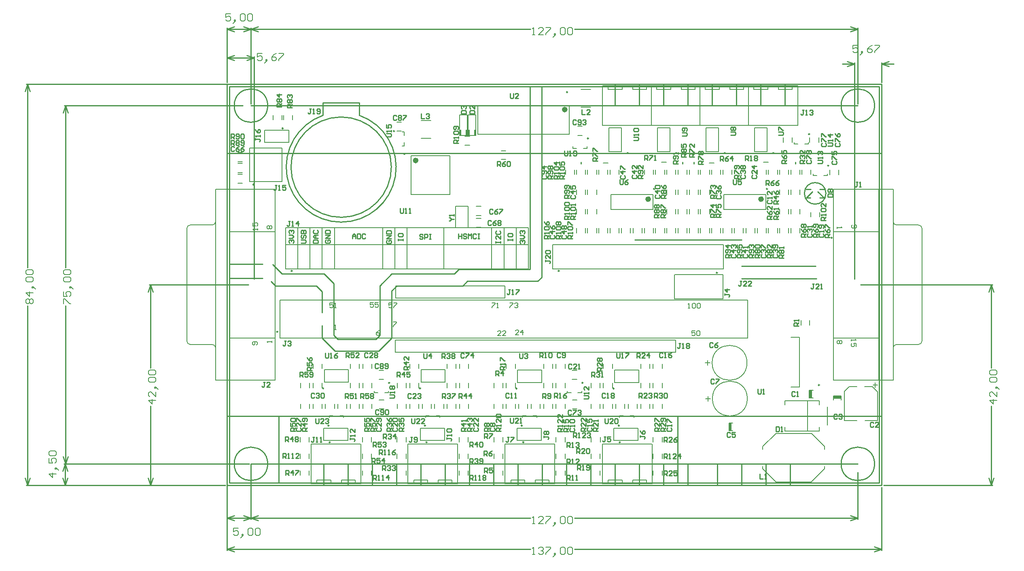
<source format=gto>
%FSLAX44Y44*%
%MOMM*%
G71*
G01*
G75*
G04 Layer_Color=65535*
%ADD10R,1.4000X1.0000*%
%ADD11R,1.0000X1.4000*%
%ADD12R,0.6350X2.5400*%
%ADD13O,1.9500X0.3000*%
%ADD14O,0.3000X1.9500*%
%ADD15O,0.6000X1.8000*%
%ADD16O,0.6000X1.5000*%
%ADD17R,0.6000X1.3970*%
%ADD18R,1.3970X0.6000*%
%ADD19R,1.9000X1.1000*%
%ADD20O,0.6000X2.4000*%
%ADD21R,1.3000X1.8000*%
%ADD22R,1.5000X3.0000*%
%ADD23R,1.0500X1.8000*%
%ADD24R,1.8000X1.3000*%
%ADD25R,2.5000X4.0000*%
%ADD26R,1.2000X3.5000*%
%ADD27R,1.8000X1.0500*%
%ADD28R,3.0000X2.8000*%
%ADD29O,1.8000X0.6000*%
%ADD30R,7.4000X5.7500*%
%ADD31R,3.2000X0.8000*%
%ADD32R,0.6500X1.0500*%
%ADD33C,0.8890*%
%ADD34R,1.4000X0.5080*%
%ADD35C,0.2540*%
%ADD36C,0.7620*%
%ADD37C,0.5080*%
%ADD38C,0.1524*%
%ADD39C,1.5000*%
%ADD40R,1.5000X1.5000*%
%ADD41C,1.4000*%
%ADD42R,1.4000X1.4000*%
%ADD43R,1.5240X1.5240*%
%ADD44C,1.5240*%
%ADD45R,1.5240X1.5240*%
%ADD46O,2.0000X2.5000*%
%ADD47C,1.2000*%
%ADD48R,1.3000X1.3000*%
%ADD49C,1.3000*%
%ADD50C,4.8000*%
%ADD51C,1.6510*%
%ADD52R,1.6510X1.6510*%
%ADD53C,2.5400*%
%ADD54O,1.5100X1.5000*%
%ADD55C,0.8128*%
%ADD56C,1.3970*%
%ADD57R,3.5000X1.2000*%
%ADD58C,0.2500*%
%ADD59C,0.5000*%
%ADD60C,0.6000*%
%ADD61C,0.2000*%
%ADD62C,0.1500*%
%ADD63R,0.5500X1.6000*%
%ADD64R,1.6000X0.5500*%
G36*
X502665Y732245D02*
X486665D01*
Y744745D01*
X490165D01*
Y733245D01*
X499165D01*
Y744745D01*
X502665D01*
Y732245D01*
D02*
G37*
G36*
X520445D02*
X504445D01*
Y744745D01*
X507945D01*
Y733245D01*
X516945D01*
Y744745D01*
X520445D01*
Y732245D01*
D02*
G37*
D35*
X200991Y774731D02*
G03*
X276726Y774662I37769J-108621D01*
G01*
X237495Y771167D02*
G03*
X238127Y771173I1265J-104992D01*
G01*
X1253130Y611305D02*
G03*
X1253130Y611305I-22500J0D01*
G01*
X85000Y795000D02*
G03*
X85000Y795000I-35000J0D01*
G01*
Y45000D02*
G03*
X85000Y45000I-35000J0D01*
G01*
X1355000D02*
G03*
X1355000Y45000I-35000J0D01*
G01*
X1355000Y795000D02*
G03*
X1355000Y795000I-35000J0D01*
G01*
X854075Y144780D02*
X942975D01*
X652145D02*
X818515D01*
X448945D02*
X615315D01*
X246380D02*
X412750D01*
X107950D02*
X210820D01*
X200760Y775395D02*
Y801175D01*
X276760Y774760D02*
Y801175D01*
X200760D02*
X276760D01*
X1240130Y620305D02*
X1249630D01*
X1211380D02*
X1221130D01*
X1211880Y601805D02*
X1225226Y614706D01*
X1236267Y614945D02*
X1249628Y601807D01*
X1211880Y601805D02*
X1220880D01*
X1240130D02*
X1249630D01*
X92075Y426720D02*
X100965Y417830D01*
X852805Y514350D02*
X1076960D01*
X198755Y307975D02*
Y334645D01*
Y307975D02*
X225425Y281305D01*
X198755Y361315D02*
Y405765D01*
X95564Y462601D02*
X111125Y446755D01*
X5080Y463455D02*
X74701D01*
X6512Y433850D02*
X74457D01*
X1076325Y433070D02*
X1233170D01*
X1076325Y459105D02*
X1231900D01*
X942975Y5080D02*
Y144780D01*
X658495Y647700D02*
Y833120D01*
X186690Y417830D02*
X198755Y405765D01*
X100965Y417830D02*
X186690D01*
X319405Y314325D02*
Y417830D01*
X311150Y306070D02*
X319405Y314325D01*
X231775Y306070D02*
X311150D01*
X223520Y314325D02*
X231775Y306070D01*
X223520Y314325D02*
Y422275D01*
X203200Y442595D02*
X223520Y422275D01*
X115285Y442595D02*
X203200D01*
X111125Y446755D02*
X115285Y442595D01*
X354965Y417830D02*
X493395D01*
X344170Y407035D02*
X354965Y417830D01*
X344170Y307975D02*
Y407035D01*
X317500Y281305D02*
X344170Y307975D01*
X225425Y281305D02*
X317500D01*
X5080Y835025D02*
X1364615D01*
X5080Y5080D02*
Y835025D01*
X1364615Y5080D02*
Y835025D01*
X5080Y5080D02*
X1364615D01*
X493395Y417830D02*
X502920Y427355D01*
X650240D01*
X633730Y452120D02*
Y834390D01*
X485140Y452120D02*
X633730D01*
X475615Y442595D02*
X485140Y452120D01*
X344170Y442595D02*
X475615D01*
X650240Y427355D02*
X658495Y435610D01*
Y648335D01*
X319405Y417830D02*
X344170Y442595D01*
X319405Y417830D02*
X323215Y421640D01*
X107950Y5080D02*
Y144780D01*
X928370Y5080D02*
X942975D01*
X953135Y673100D02*
Y676275D01*
X976630Y673100D02*
Y676275D01*
X740410Y673100D02*
Y676275D01*
X1189355Y673100D02*
Y676275D01*
X184785Y139697D02*
Y131233D01*
X186478Y129540D01*
X189863D01*
X191556Y131233D01*
Y139697D01*
X201713Y129540D02*
X194942D01*
X201713Y136311D01*
Y138004D01*
X200020Y139697D01*
X196635D01*
X194942Y138004D01*
X205098D02*
X206791Y139697D01*
X210177D01*
X211870Y138004D01*
Y136311D01*
X210177Y134618D01*
X208484D01*
X210177D01*
X211870Y132926D01*
Y131233D01*
X210177Y129540D01*
X206791D01*
X205098Y131233D01*
X386080Y139697D02*
Y131233D01*
X387773Y129540D01*
X391158D01*
X392851Y131233D01*
Y139697D01*
X403008Y129540D02*
X396237D01*
X403008Y136311D01*
Y138004D01*
X401315Y139697D01*
X397929D01*
X396237Y138004D01*
X413165Y129540D02*
X406393D01*
X413165Y136311D01*
Y138004D01*
X411472Y139697D01*
X408086D01*
X406393Y138004D01*
X592455Y140332D02*
Y131868D01*
X594148Y130175D01*
X597533D01*
X599226Y131868D01*
Y140332D01*
X609383Y130175D02*
X602612D01*
X609383Y136946D01*
Y138639D01*
X607690Y140332D01*
X604305D01*
X602612Y138639D01*
X612768Y130175D02*
X616154D01*
X614461D01*
Y140332D01*
X612768Y138639D01*
X790575Y139697D02*
Y131233D01*
X792268Y129540D01*
X795653D01*
X797346Y131233D01*
Y139697D01*
X807503Y129540D02*
X800732D01*
X807503Y136311D01*
Y138004D01*
X805810Y139697D01*
X802424D01*
X800732Y138004D01*
X810888D02*
X812581Y139697D01*
X815967D01*
X817660Y138004D01*
Y131233D01*
X815967Y129540D01*
X812581D01*
X810888Y131233D01*
Y138004D01*
X1227876Y421637D02*
X1224491D01*
X1226183D01*
Y413173D01*
X1224491Y411480D01*
X1222798D01*
X1221105Y413173D01*
X1238033Y411480D02*
X1231262D01*
X1238033Y418251D01*
Y419944D01*
X1236340Y421637D01*
X1232954D01*
X1231262Y419944D01*
X1241418Y411480D02*
X1244804D01*
X1243111D01*
Y421637D01*
X1241418Y419944D01*
X1076746Y427352D02*
X1073361D01*
X1075053D01*
Y418888D01*
X1073361Y417195D01*
X1071668D01*
X1069975Y418888D01*
X1086903Y417195D02*
X1080132D01*
X1086903Y423966D01*
Y425659D01*
X1085210Y427352D01*
X1081824D01*
X1080132Y425659D01*
X1097060Y417195D02*
X1090288D01*
X1097060Y423966D01*
Y425659D01*
X1095367Y427352D01*
X1091981D01*
X1090288Y425659D01*
X1319570Y634997D02*
X1316185D01*
X1317877D01*
Y626533D01*
X1316185Y624840D01*
X1314492D01*
X1312799Y626533D01*
X1322956Y624840D02*
X1326341D01*
X1324648D01*
Y634997D01*
X1322956Y633304D01*
X589701Y100962D02*
X586316D01*
X588008D01*
Y92498D01*
X586316Y90805D01*
X584623D01*
X582930Y92498D01*
X593087Y100962D02*
X599858D01*
Y99269D01*
X593087Y92498D01*
Y90805D01*
X705485Y700402D02*
Y691938D01*
X707178Y690245D01*
X710563D01*
X712256Y691938D01*
Y700402D01*
X715642Y690245D02*
X719027D01*
X717335D01*
Y700402D01*
X715642Y698709D01*
X724106Y691938D02*
X725798Y690245D01*
X729184D01*
X730877Y691938D01*
Y698709D01*
X729184Y700402D01*
X725798D01*
X724106Y698709D01*
Y697016D01*
X725798Y695323D01*
X730877D01*
X1213911Y681141D02*
X1212218Y679448D01*
Y676063D01*
X1213911Y674370D01*
X1220682D01*
X1222375Y676063D01*
Y679448D01*
X1220682Y681141D01*
X1212218Y684527D02*
Y691298D01*
X1213911D01*
X1220682Y684527D01*
X1222375D01*
X1213911Y694683D02*
X1212218Y696376D01*
Y699762D01*
X1213911Y701455D01*
X1215604D01*
X1217297Y699762D01*
X1218989Y701455D01*
X1220682D01*
X1222375Y699762D01*
Y696376D01*
X1220682Y694683D01*
X1218989D01*
X1217297Y696376D01*
X1215604Y694683D01*
X1213911D01*
X1217297Y696376D02*
Y699762D01*
X1267251Y679236D02*
X1265558Y677543D01*
Y674158D01*
X1267251Y672465D01*
X1274022D01*
X1275715Y674158D01*
Y677543D01*
X1274022Y679236D01*
X1265558Y682622D02*
Y689393D01*
X1267251D01*
X1274022Y682622D01*
X1275715D01*
X1265558Y699550D02*
Y692778D01*
X1270637D01*
X1268944Y696164D01*
Y697857D01*
X1270637Y699550D01*
X1274022D01*
X1275715Y697857D01*
Y694471D01*
X1274022Y692778D01*
X948476Y297177D02*
X945091D01*
X946783D01*
Y288713D01*
X945091Y287020D01*
X943398D01*
X941705Y288713D01*
X951862Y287020D02*
X955247D01*
X953555D01*
Y297177D01*
X951862Y295484D01*
X960326D02*
X962018Y297177D01*
X965404D01*
X967097Y295484D01*
Y293791D01*
X965404Y292098D01*
X967097Y290406D01*
Y288713D01*
X965404Y287020D01*
X962018D01*
X960326Y288713D01*
Y290406D01*
X962018Y292098D01*
X960326Y293791D01*
Y295484D01*
X962018Y292098D02*
X965404D01*
X507365Y11430D02*
Y21587D01*
X512443D01*
X514136Y19894D01*
Y16508D01*
X512443Y14816D01*
X507365D01*
X510751D02*
X514136Y11430D01*
X517522D02*
X520907D01*
X519215D01*
Y21587D01*
X517522Y19894D01*
X525986Y11430D02*
X529371D01*
X527678D01*
Y21587D01*
X525986Y19894D01*
X534450D02*
X536142Y21587D01*
X539528D01*
X541221Y19894D01*
Y18201D01*
X539528Y16508D01*
X541221Y14816D01*
Y13123D01*
X539528Y11430D01*
X536142D01*
X534450Y13123D01*
Y14816D01*
X536142Y16508D01*
X534450Y18201D01*
Y19894D01*
X536142Y16508D02*
X539528D01*
X305435Y11430D02*
Y21587D01*
X310513D01*
X312206Y19894D01*
Y16508D01*
X310513Y14816D01*
X305435D01*
X308821D02*
X312206Y11430D01*
X315592D02*
X318977D01*
X317285D01*
Y21587D01*
X315592Y19894D01*
X324056Y11430D02*
X327441D01*
X325748D01*
Y21587D01*
X324056Y19894D01*
X337598Y11430D02*
Y21587D01*
X332520Y16508D01*
X339291D01*
X116205Y56515D02*
Y66672D01*
X121283D01*
X122976Y64979D01*
Y61593D01*
X121283Y59901D01*
X116205D01*
X119591D02*
X122976Y56515D01*
X126362D02*
X129747D01*
X128055D01*
Y66672D01*
X126362Y64979D01*
X134826Y56515D02*
X138211D01*
X136518D01*
Y66672D01*
X134826Y64979D01*
X150061Y56515D02*
X143290D01*
X150061Y63286D01*
Y64979D01*
X148368Y66672D01*
X144982D01*
X143290Y64979D01*
X1257303Y710565D02*
X1265767D01*
X1267460Y712258D01*
Y715643D01*
X1265767Y717336D01*
X1257303D01*
X1267460Y720722D02*
Y724107D01*
Y722414D01*
X1257303D01*
X1258996Y720722D01*
X1267460Y734264D02*
X1257303D01*
X1262382Y729186D01*
Y735957D01*
X1245026Y716701D02*
X1243333Y715008D01*
Y711623D01*
X1245026Y709930D01*
X1251797D01*
X1253490Y711623D01*
Y715008D01*
X1251797Y716701D01*
X1243333Y720087D02*
Y726858D01*
X1245026D01*
X1251797Y720087D01*
X1253490D01*
X1243333Y730243D02*
Y737015D01*
X1245026D01*
X1251797Y730243D01*
X1253490D01*
X1235713Y673735D02*
X1244177D01*
X1245870Y675428D01*
Y678813D01*
X1244177Y680506D01*
X1235713D01*
X1245870Y683892D02*
Y687277D01*
Y685584D01*
X1235713D01*
X1237406Y683892D01*
Y692356D02*
X1235713Y694048D01*
Y697434D01*
X1237406Y699127D01*
X1239099D01*
X1240792Y697434D01*
Y695741D01*
Y697434D01*
X1242484Y699127D01*
X1244177D01*
X1245870Y697434D01*
Y694048D01*
X1244177Y692356D01*
X746128Y181610D02*
X754592D01*
X756285Y183303D01*
Y186688D01*
X754592Y188381D01*
X746128D01*
X756285Y191767D02*
Y195152D01*
Y193459D01*
X746128D01*
X747821Y191767D01*
X756285Y207002D02*
Y200231D01*
X749514Y207002D01*
X747821D01*
X746128Y205309D01*
Y201923D01*
X747821Y200231D01*
X1153798Y733425D02*
X1162262D01*
X1163955Y735118D01*
Y738503D01*
X1162262Y740196D01*
X1153798D01*
Y743582D02*
Y750353D01*
X1155491D01*
X1162262Y743582D01*
X1163955D01*
X1206921Y786127D02*
X1203536D01*
X1205228D01*
Y777663D01*
X1203536Y775970D01*
X1201843D01*
X1200150Y777663D01*
X1210307Y775970D02*
X1213692D01*
X1212000D01*
Y786127D01*
X1210307Y784434D01*
X1218771D02*
X1220463Y786127D01*
X1223849D01*
X1225542Y784434D01*
Y782741D01*
X1223849Y781048D01*
X1222156D01*
X1223849D01*
X1225542Y779356D01*
Y777663D01*
X1223849Y775970D01*
X1220463D01*
X1218771Y777663D01*
X706120Y641985D02*
X695963D01*
Y647063D01*
X697656Y648756D01*
X701042D01*
X702734Y647063D01*
Y641985D01*
Y645371D02*
X706120Y648756D01*
Y652142D02*
Y655527D01*
Y653835D01*
X695963D01*
X697656Y652142D01*
Y660606D02*
X695963Y662298D01*
Y665684D01*
X697656Y667377D01*
X704427D01*
X706120Y665684D01*
Y662298D01*
X704427Y660606D01*
X697656D01*
X695963Y677533D02*
Y670762D01*
X701042D01*
X699349Y674148D01*
Y675841D01*
X701042Y677533D01*
X704427D01*
X706120Y675841D01*
Y672455D01*
X704427Y670762D01*
X694055Y641985D02*
X683898D01*
Y647063D01*
X685591Y648756D01*
X688977D01*
X690669Y647063D01*
Y641985D01*
Y645371D02*
X694055Y648756D01*
Y652142D02*
Y655527D01*
Y653835D01*
X683898D01*
X685591Y652142D01*
Y660606D02*
X683898Y662298D01*
Y665684D01*
X685591Y667377D01*
X692362D01*
X694055Y665684D01*
Y662298D01*
X692362Y660606D01*
X685591D01*
X694055Y675841D02*
X683898D01*
X688977Y670762D01*
Y677533D01*
X715645Y601345D02*
X705488D01*
Y606423D01*
X707181Y608116D01*
X710567D01*
X712259Y606423D01*
Y601345D01*
Y604731D02*
X715645Y608116D01*
X713952Y611502D02*
X715645Y613195D01*
Y616580D01*
X713952Y618273D01*
X707181D01*
X705488Y616580D01*
Y613195D01*
X707181Y611502D01*
X708874D01*
X710567Y613195D01*
Y618273D01*
X713952Y621658D02*
X715645Y623351D01*
Y626737D01*
X713952Y628430D01*
X707181D01*
X705488Y626737D01*
Y623351D01*
X707181Y621658D01*
X708874D01*
X710567Y623351D01*
Y628430D01*
X824021Y648756D02*
X822328Y647063D01*
Y643678D01*
X824021Y641985D01*
X830792D01*
X832485Y643678D01*
Y647063D01*
X830792Y648756D01*
X832485Y657220D02*
X822328D01*
X827407Y652142D01*
Y658913D01*
X822328Y662298D02*
Y669070D01*
X824021D01*
X830792Y662298D01*
X832485D01*
X406560Y778347D02*
Y768190D01*
X413331D01*
X416717Y776654D02*
X418410Y778347D01*
X421795D01*
X423488Y776654D01*
Y774961D01*
X421795Y773268D01*
X420102D01*
X421795D01*
X423488Y771575D01*
Y769883D01*
X421795Y768190D01*
X418410D01*
X416717Y769883D01*
X489588Y778510D02*
X499745D01*
Y783588D01*
X498052Y785281D01*
X491281D01*
X489588Y783588D01*
Y778510D01*
X491281Y788667D02*
X489588Y790359D01*
Y793745D01*
X491281Y795438D01*
X492974D01*
X494667Y793745D01*
Y792052D01*
Y793745D01*
X496359Y795438D01*
X498052D01*
X499745Y793745D01*
Y790359D01*
X498052Y788667D01*
X507368Y778510D02*
X517525D01*
Y783588D01*
X515832Y785281D01*
X509061D01*
X507368Y783588D01*
Y778510D01*
X517525Y795438D02*
Y788667D01*
X510754Y795438D01*
X509061D01*
X507368Y793745D01*
Y790359D01*
X509061Y788667D01*
X1110615Y201292D02*
Y192828D01*
X1112308Y191135D01*
X1115693D01*
X1117386Y192828D01*
Y201292D01*
X1120772Y191135D02*
X1124157D01*
X1122465D01*
Y201292D01*
X1120772Y199599D01*
X850903Y721995D02*
X859367D01*
X861060Y723688D01*
Y727073D01*
X859367Y728766D01*
X850903D01*
X861060Y732152D02*
Y735537D01*
Y733845D01*
X850903D01*
X852596Y732152D01*
Y740616D02*
X850903Y742308D01*
Y745694D01*
X852596Y747387D01*
X859367D01*
X861060Y745694D01*
Y742308D01*
X859367Y740616D01*
X852596D01*
X951868Y731520D02*
X960332D01*
X962025Y733213D01*
Y736598D01*
X960332Y738291D01*
X951868D01*
X960332Y741677D02*
X962025Y743370D01*
Y746755D01*
X960332Y748448D01*
X953561D01*
X951868Y746755D01*
Y743370D01*
X953561Y741677D01*
X955254D01*
X956947Y743370D01*
Y748448D01*
X1053468Y733425D02*
X1061932D01*
X1063625Y735118D01*
Y738503D01*
X1061932Y740196D01*
X1053468D01*
X1055161Y743582D02*
X1053468Y745275D01*
Y748660D01*
X1055161Y750353D01*
X1056854D01*
X1058547Y748660D01*
X1060239Y750353D01*
X1061932D01*
X1063625Y748660D01*
Y745275D01*
X1061932Y743582D01*
X1060239D01*
X1058547Y745275D01*
X1056854Y743582D01*
X1055161D01*
X1058547Y745275D02*
Y748660D01*
X1031875Y678815D02*
Y688972D01*
X1036953D01*
X1038646Y687279D01*
Y683893D01*
X1036953Y682201D01*
X1031875D01*
X1035261D02*
X1038646Y678815D01*
X1048803Y688972D02*
X1045417Y687279D01*
X1042032Y683893D01*
Y680508D01*
X1043725Y678815D01*
X1047110D01*
X1048803Y680508D01*
Y682201D01*
X1047110Y683893D01*
X1042032D01*
X1057267Y678815D02*
Y688972D01*
X1052188Y683893D01*
X1058960D01*
X1084580Y680085D02*
Y690242D01*
X1089658D01*
X1091351Y688549D01*
Y685163D01*
X1089658Y683471D01*
X1084580D01*
X1087966D02*
X1091351Y680085D01*
X1094737D02*
X1098122D01*
X1096430D01*
Y690242D01*
X1094737Y688549D01*
X1103201D02*
X1104893Y690242D01*
X1108279D01*
X1109972Y688549D01*
Y686856D01*
X1108279Y685163D01*
X1109972Y683471D01*
Y681778D01*
X1108279Y680085D01*
X1104893D01*
X1103201Y681778D01*
Y683471D01*
X1104893Y685163D01*
X1103201Y686856D01*
Y688549D01*
X1104893Y685163D02*
X1108279D01*
X775335Y678815D02*
X765178D01*
Y683893D01*
X766871Y685586D01*
X770257D01*
X771949Y683893D01*
Y678815D01*
Y682201D02*
X775335Y685586D01*
X765178Y688972D02*
Y695743D01*
X766871D01*
X773642Y688972D01*
X775335D01*
X765178Y699128D02*
Y705900D01*
X766871D01*
X773642Y699128D01*
X775335D01*
X873125Y680720D02*
Y690877D01*
X878203D01*
X879896Y689184D01*
Y685798D01*
X878203Y684106D01*
X873125D01*
X876511D02*
X879896Y680720D01*
X883282Y690877D02*
X890053D01*
Y689184D01*
X883282Y682413D01*
Y680720D01*
X893438D02*
X896824D01*
X895131D01*
Y690877D01*
X893438Y689184D01*
X1058545Y640077D02*
Y631613D01*
X1060238Y629920D01*
X1063623D01*
X1065316Y631613D01*
Y640077D01*
X1075473D02*
X1068702D01*
Y634998D01*
X1072087Y636691D01*
X1073780D01*
X1075473Y634998D01*
Y631613D01*
X1073780Y629920D01*
X1070395D01*
X1068702Y631613D01*
X697865Y516890D02*
X687708D01*
Y521968D01*
X689401Y523661D01*
X692787D01*
X694479Y521968D01*
Y516890D01*
Y520276D02*
X697865Y523661D01*
Y527047D02*
Y530432D01*
Y528740D01*
X687708D01*
X689401Y527047D01*
Y535511D02*
X687708Y537203D01*
Y540589D01*
X689401Y542282D01*
X696172D01*
X697865Y540589D01*
Y537203D01*
X696172Y535511D01*
X689401D01*
Y545667D02*
X687708Y547360D01*
Y550746D01*
X689401Y552439D01*
X691094D01*
X692787Y550746D01*
X694479Y552439D01*
X696172D01*
X697865Y550746D01*
Y547360D01*
X696172Y545667D01*
X694479D01*
X692787Y547360D01*
X691094Y545667D01*
X689401D01*
X692787Y547360D02*
Y550746D01*
X722630Y516255D02*
X712473D01*
Y521333D01*
X714166Y523026D01*
X717552D01*
X719244Y521333D01*
Y516255D01*
Y519641D02*
X722630Y523026D01*
Y526412D02*
Y529797D01*
Y528105D01*
X712473D01*
X714166Y526412D01*
Y534876D02*
X712473Y536568D01*
Y539954D01*
X714166Y541647D01*
X720937D01*
X722630Y539954D01*
Y536568D01*
X720937Y534876D01*
X714166D01*
X712473Y545032D02*
Y551804D01*
X714166D01*
X720937Y545032D01*
X722630D01*
X673735Y516890D02*
X663578D01*
Y521968D01*
X665271Y523661D01*
X668657D01*
X670349Y521968D01*
Y516890D01*
Y520276D02*
X673735Y523661D01*
Y527047D02*
Y530432D01*
Y528740D01*
X663578D01*
X665271Y527047D01*
Y535511D02*
X663578Y537203D01*
Y540589D01*
X665271Y542282D01*
X672042D01*
X673735Y540589D01*
Y537203D01*
X672042Y535511D01*
X665271D01*
X663578Y552439D02*
X665271Y549053D01*
X668657Y545667D01*
X672042D01*
X673735Y547360D01*
Y550746D01*
X672042Y552439D01*
X670349D01*
X668657Y550746D01*
Y545667D01*
X728980Y557530D02*
X718823D01*
Y562608D01*
X720516Y564301D01*
X723902D01*
X725594Y562608D01*
Y557530D01*
Y560916D02*
X728980Y564301D01*
Y567687D02*
Y571072D01*
Y569380D01*
X718823D01*
X720516Y567687D01*
Y576151D02*
X718823Y577843D01*
Y581229D01*
X720516Y582922D01*
X727287D01*
X728980Y581229D01*
Y577843D01*
X727287Y576151D01*
X720516D01*
X728980Y586307D02*
Y589693D01*
Y588000D01*
X718823D01*
X720516Y586307D01*
X715645Y557530D02*
X705488D01*
Y562608D01*
X707181Y564301D01*
X710567D01*
X712259Y562608D01*
Y557530D01*
Y560916D02*
X715645Y564301D01*
Y567687D02*
Y571072D01*
Y569380D01*
X705488D01*
X707181Y567687D01*
Y576151D02*
X705488Y577843D01*
Y581229D01*
X707181Y582922D01*
X713952D01*
X715645Y581229D01*
Y577843D01*
X713952Y576151D01*
X707181D01*
Y586307D02*
X705488Y588000D01*
Y591386D01*
X707181Y593078D01*
X713952D01*
X715645Y591386D01*
Y588000D01*
X713952Y586307D01*
X707181D01*
X1077595Y476885D02*
X1067438D01*
Y481963D01*
X1069131Y483656D01*
X1072517D01*
X1074209Y481963D01*
Y476885D01*
Y480271D02*
X1077595Y483656D01*
X1075902Y487042D02*
X1077595Y488735D01*
Y492120D01*
X1075902Y493813D01*
X1069131D01*
X1067438Y492120D01*
Y488735D01*
X1069131Y487042D01*
X1070824D01*
X1072517Y488735D01*
Y493813D01*
X1067438Y503970D02*
Y497198D01*
X1072517D01*
X1070824Y500584D01*
Y502277D01*
X1072517Y503970D01*
X1075902D01*
X1077595Y502277D01*
Y498891D01*
X1075902Y497198D01*
X1052830Y476885D02*
X1042673D01*
Y481963D01*
X1044366Y483656D01*
X1047752D01*
X1049444Y481963D01*
Y476885D01*
Y480271D02*
X1052830Y483656D01*
X1051137Y487042D02*
X1052830Y488735D01*
Y492120D01*
X1051137Y493813D01*
X1044366D01*
X1042673Y492120D01*
Y488735D01*
X1044366Y487042D01*
X1046059D01*
X1047752Y488735D01*
Y493813D01*
X1052830Y502277D02*
X1042673D01*
X1047752Y497198D01*
Y503970D01*
X1102360Y476885D02*
X1092203D01*
Y481963D01*
X1093896Y483656D01*
X1097282D01*
X1098974Y481963D01*
Y476885D01*
Y480271D02*
X1102360Y483656D01*
X1100667Y487042D02*
X1102360Y488735D01*
Y492120D01*
X1100667Y493813D01*
X1093896D01*
X1092203Y492120D01*
Y488735D01*
X1093896Y487042D01*
X1095589D01*
X1097282Y488735D01*
Y493813D01*
X1093896Y497198D02*
X1092203Y498891D01*
Y502277D01*
X1093896Y503970D01*
X1095589D01*
X1097282Y502277D01*
Y500584D01*
Y502277D01*
X1098974Y503970D01*
X1100667D01*
X1102360Y502277D01*
Y498891D01*
X1100667Y497198D01*
X869950Y642780D02*
X859793D01*
Y647858D01*
X861486Y649551D01*
X864872D01*
X866564Y647858D01*
Y642780D01*
Y646166D02*
X869950Y649551D01*
X868257Y652937D02*
X869950Y654630D01*
Y658015D01*
X868257Y659708D01*
X861486D01*
X859793Y658015D01*
Y654630D01*
X861486Y652937D01*
X863179D01*
X864872Y654630D01*
Y659708D01*
X869950Y669865D02*
Y663093D01*
X863179Y669865D01*
X861486D01*
X859793Y668172D01*
Y664786D01*
X861486Y663093D01*
X943610Y673100D02*
X933453D01*
Y678178D01*
X935146Y679871D01*
X938532D01*
X940224Y678178D01*
Y673100D01*
Y676486D02*
X943610Y679871D01*
X941917Y683257D02*
X943610Y684949D01*
Y688335D01*
X941917Y690028D01*
X935146D01*
X933453Y688335D01*
Y684949D01*
X935146Y683257D01*
X936839D01*
X938532Y684949D01*
Y690028D01*
X943610Y693413D02*
Y696799D01*
Y695106D01*
X933453D01*
X935146Y693413D01*
X904240Y560705D02*
X894083D01*
Y565783D01*
X895776Y567476D01*
X899162D01*
X900854Y565783D01*
Y560705D01*
Y564091D02*
X904240Y567476D01*
X895776Y570862D02*
X894083Y572555D01*
Y575940D01*
X895776Y577633D01*
X897469D01*
X899162Y575940D01*
X900854Y577633D01*
X902547D01*
X904240Y575940D01*
Y572555D01*
X902547Y570862D01*
X900854D01*
X899162Y572555D01*
X897469Y570862D01*
X895776D01*
X899162Y572555D02*
Y575940D01*
X895776Y581018D02*
X894083Y582711D01*
Y586097D01*
X895776Y587790D01*
X897469D01*
X899162Y586097D01*
X900854Y587790D01*
X902547D01*
X904240Y586097D01*
Y582711D01*
X902547Y581018D01*
X900854D01*
X899162Y582711D01*
X897469Y581018D01*
X895776D01*
X899162Y582711D02*
Y586097D01*
X917575Y560705D02*
X907418D01*
Y565783D01*
X909111Y567476D01*
X912497D01*
X914189Y565783D01*
Y560705D01*
Y564091D02*
X917575Y567476D01*
X909111Y570862D02*
X907418Y572555D01*
Y575940D01*
X909111Y577633D01*
X910804D01*
X912497Y575940D01*
X914189Y577633D01*
X915882D01*
X917575Y575940D01*
Y572555D01*
X915882Y570862D01*
X914189D01*
X912497Y572555D01*
X910804Y570862D01*
X909111D01*
X912497Y572555D02*
Y575940D01*
X907418Y581018D02*
Y587790D01*
X909111D01*
X915882Y581018D01*
X917575D01*
X918210Y601345D02*
X908053D01*
Y606423D01*
X909746Y608116D01*
X913132D01*
X914824Y606423D01*
Y601345D01*
Y604731D02*
X918210Y608116D01*
X909746Y611502D02*
X908053Y613195D01*
Y616580D01*
X909746Y618273D01*
X911439D01*
X913132Y616580D01*
X914824Y618273D01*
X916517D01*
X918210Y616580D01*
Y613195D01*
X916517Y611502D01*
X914824D01*
X913132Y613195D01*
X911439Y611502D01*
X909746D01*
X913132Y613195D02*
Y616580D01*
X908053Y628430D02*
X909746Y625044D01*
X913132Y621658D01*
X916517D01*
X918210Y623351D01*
Y626737D01*
X916517Y628430D01*
X914824D01*
X913132Y626737D01*
Y621658D01*
X960755Y687705D02*
X950598D01*
Y692783D01*
X952291Y694476D01*
X955677D01*
X957369Y692783D01*
Y687705D01*
Y691091D02*
X960755Y694476D01*
X952291Y697862D02*
X950598Y699555D01*
Y702940D01*
X952291Y704633D01*
X953984D01*
X955677Y702940D01*
X957369Y704633D01*
X959062D01*
X960755Y702940D01*
Y699555D01*
X959062Y697862D01*
X957369D01*
X955677Y699555D01*
X953984Y697862D01*
X952291D01*
X955677Y699555D02*
Y702940D01*
X950598Y714790D02*
Y708018D01*
X955677D01*
X953984Y711404D01*
Y713097D01*
X955677Y714790D01*
X959062D01*
X960755Y713097D01*
Y709711D01*
X959062Y708018D01*
X1139825Y476885D02*
X1129668D01*
Y481963D01*
X1131361Y483656D01*
X1134747D01*
X1136439Y481963D01*
Y476885D01*
Y480271D02*
X1139825Y483656D01*
X1131361Y487042D02*
X1129668Y488735D01*
Y492120D01*
X1131361Y493813D01*
X1133054D01*
X1134747Y492120D01*
X1136439Y493813D01*
X1138132D01*
X1139825Y492120D01*
Y488735D01*
X1138132Y487042D01*
X1136439D01*
X1134747Y488735D01*
X1133054Y487042D01*
X1131361D01*
X1134747Y488735D02*
Y492120D01*
X1139825Y503970D02*
Y497198D01*
X1133054Y503970D01*
X1131361D01*
X1129668Y502277D01*
Y498891D01*
X1131361Y497198D01*
X1164590Y476250D02*
X1154433D01*
Y481328D01*
X1156126Y483021D01*
X1159512D01*
X1161204Y481328D01*
Y476250D01*
Y479636D02*
X1164590Y483021D01*
X1156126Y486407D02*
X1154433Y488100D01*
Y491485D01*
X1156126Y493178D01*
X1157819D01*
X1159512Y491485D01*
X1161204Y493178D01*
X1162897D01*
X1164590Y491485D01*
Y488100D01*
X1162897Y486407D01*
X1161204D01*
X1159512Y488100D01*
X1157819Y486407D01*
X1156126D01*
X1159512Y488100D02*
Y491485D01*
X1164590Y496563D02*
Y499949D01*
Y498256D01*
X1154433D01*
X1156126Y496563D01*
X1115060Y476885D02*
X1104903D01*
Y481963D01*
X1106596Y483656D01*
X1109982D01*
X1111674Y481963D01*
Y476885D01*
Y480271D02*
X1115060Y483656D01*
X1106596Y487042D02*
X1104903Y488735D01*
Y492120D01*
X1106596Y493813D01*
X1108289D01*
X1109982Y492120D01*
X1111674Y493813D01*
X1113367D01*
X1115060Y492120D01*
Y488735D01*
X1113367Y487042D01*
X1111674D01*
X1109982Y488735D01*
X1108289Y487042D01*
X1106596D01*
X1109982Y488735D02*
Y492120D01*
X1106596Y497198D02*
X1104903Y498891D01*
Y502277D01*
X1106596Y503970D01*
X1113367D01*
X1115060Y502277D01*
Y498891D01*
X1113367Y497198D01*
X1106596D01*
X1071245Y642780D02*
X1061088D01*
Y647858D01*
X1062781Y649551D01*
X1066167D01*
X1067859Y647858D01*
Y642780D01*
Y646166D02*
X1071245Y649551D01*
X1061088Y652937D02*
Y659708D01*
X1062781D01*
X1069552Y652937D01*
X1071245D01*
X1069552Y663093D02*
X1071245Y664786D01*
Y668172D01*
X1069552Y669865D01*
X1062781D01*
X1061088Y668172D01*
Y664786D01*
X1062781Y663093D01*
X1064474D01*
X1066167Y664786D01*
Y669865D01*
X996315Y672465D02*
X986158D01*
Y677543D01*
X987851Y679236D01*
X991237D01*
X992929Y677543D01*
Y672465D01*
Y675851D02*
X996315Y679236D01*
X986158Y682622D02*
Y689393D01*
X987851D01*
X994622Y682622D01*
X996315D01*
X987851Y692778D02*
X986158Y694471D01*
Y697857D01*
X987851Y699550D01*
X989544D01*
X991237Y697857D01*
X992929Y699550D01*
X994622D01*
X996315Y697857D01*
Y694471D01*
X994622Y692778D01*
X992929D01*
X991237Y694471D01*
X989544Y692778D01*
X987851D01*
X991237Y694471D02*
Y697857D01*
X1033780Y561340D02*
X1023623D01*
Y566418D01*
X1025316Y568111D01*
X1028702D01*
X1030394Y566418D01*
Y561340D01*
Y564726D02*
X1033780Y568111D01*
X1023623Y571497D02*
Y578268D01*
X1025316D01*
X1032087Y571497D01*
X1033780D01*
X1023623Y588425D02*
Y581653D01*
X1028702D01*
X1027009Y585039D01*
Y586732D01*
X1028702Y588425D01*
X1032087D01*
X1033780Y586732D01*
Y583346D01*
X1032087Y581653D01*
X1021715Y561340D02*
X1011558D01*
Y566418D01*
X1013251Y568111D01*
X1016637D01*
X1018329Y566418D01*
Y561340D01*
Y564726D02*
X1021715Y568111D01*
X1011558Y571497D02*
Y578268D01*
X1013251D01*
X1020022Y571497D01*
X1021715D01*
Y586732D02*
X1011558D01*
X1016637Y581653D01*
Y588425D01*
X1021715Y601345D02*
X1011558D01*
Y606423D01*
X1013251Y608116D01*
X1016637D01*
X1018329Y606423D01*
Y601345D01*
Y604731D02*
X1021715Y608116D01*
X1011558Y611502D02*
Y618273D01*
X1013251D01*
X1020022Y611502D01*
X1021715D01*
X1013251Y621658D02*
X1011558Y623351D01*
Y626737D01*
X1013251Y628430D01*
X1014944D01*
X1016637Y626737D01*
Y625044D01*
Y626737D01*
X1018329Y628430D01*
X1020022D01*
X1021715Y626737D01*
Y623351D01*
X1020022Y621658D01*
X977265Y687705D02*
X967108D01*
Y692783D01*
X968801Y694476D01*
X972187D01*
X973879Y692783D01*
Y687705D01*
Y691091D02*
X977265Y694476D01*
X967108Y697862D02*
Y704633D01*
X968801D01*
X975572Y697862D01*
X977265D01*
Y714790D02*
Y708018D01*
X970494Y714790D01*
X968801D01*
X967108Y713097D01*
Y709711D01*
X968801Y708018D01*
X1236345Y520065D02*
X1226188D01*
Y525143D01*
X1227881Y526836D01*
X1231267D01*
X1232959Y525143D01*
Y520065D01*
Y523451D02*
X1236345Y526836D01*
X1226188Y536993D02*
X1227881Y533607D01*
X1231267Y530222D01*
X1234652D01*
X1236345Y531914D01*
Y535300D01*
X1234652Y536993D01*
X1232959D01*
X1231267Y535300D01*
Y530222D01*
X1234652Y540378D02*
X1236345Y542071D01*
Y545457D01*
X1234652Y547150D01*
X1227881D01*
X1226188Y545457D01*
Y542071D01*
X1227881Y540378D01*
X1229574D01*
X1231267Y542071D01*
Y547150D01*
X1211580Y520065D02*
X1201423D01*
Y525143D01*
X1203116Y526836D01*
X1206502D01*
X1208194Y525143D01*
Y520065D01*
Y523451D02*
X1211580Y526836D01*
X1201423Y536993D02*
X1203116Y533607D01*
X1206502Y530222D01*
X1209887D01*
X1211580Y531914D01*
Y535300D01*
X1209887Y536993D01*
X1208194D01*
X1206502Y535300D01*
Y530222D01*
X1203116Y540378D02*
X1201423Y542071D01*
Y545457D01*
X1203116Y547150D01*
X1204809D01*
X1206502Y545457D01*
X1208194Y547150D01*
X1209887D01*
X1211580Y545457D01*
Y542071D01*
X1209887Y540378D01*
X1208194D01*
X1206502Y542071D01*
X1204809Y540378D01*
X1203116D01*
X1206502Y542071D02*
Y545457D01*
X1261110Y519430D02*
X1250953D01*
Y524508D01*
X1252646Y526201D01*
X1256032D01*
X1257724Y524508D01*
Y519430D01*
Y522816D02*
X1261110Y526201D01*
X1250953Y536358D02*
X1252646Y532972D01*
X1256032Y529587D01*
X1259417D01*
X1261110Y531279D01*
Y534665D01*
X1259417Y536358D01*
X1257724D01*
X1256032Y534665D01*
Y529587D01*
X1250953Y539743D02*
Y546515D01*
X1252646D01*
X1259417Y539743D01*
X1261110D01*
X1170940Y673735D02*
X1160783D01*
Y678813D01*
X1162476Y680506D01*
X1165862D01*
X1167554Y678813D01*
Y673735D01*
Y677121D02*
X1170940Y680506D01*
X1160783Y690663D02*
X1162476Y687277D01*
X1165862Y683892D01*
X1169247D01*
X1170940Y685584D01*
Y688970D01*
X1169247Y690663D01*
X1167554D01*
X1165862Y688970D01*
Y683892D01*
X1160783Y700820D02*
Y694048D01*
X1165862D01*
X1164169Y697434D01*
Y699127D01*
X1165862Y700820D01*
X1169247D01*
X1170940Y699127D01*
Y695741D01*
X1169247Y694048D01*
X1140460Y557530D02*
X1130303D01*
Y562608D01*
X1131996Y564301D01*
X1135382D01*
X1137074Y562608D01*
Y557530D01*
Y560916D02*
X1140460Y564301D01*
X1130303Y574458D02*
X1131996Y571072D01*
X1135382Y567687D01*
X1138767D01*
X1140460Y569380D01*
Y572765D01*
X1138767Y574458D01*
X1137074D01*
X1135382Y572765D01*
Y567687D01*
X1140460Y584615D02*
Y577843D01*
X1133689Y584615D01*
X1131996D01*
X1130303Y582922D01*
Y579536D01*
X1131996Y577843D01*
X1153795Y557530D02*
X1143638D01*
Y562608D01*
X1145331Y564301D01*
X1148717D01*
X1150409Y562608D01*
Y557530D01*
Y560916D02*
X1153795Y564301D01*
X1143638Y574458D02*
X1145331Y571072D01*
X1148717Y567687D01*
X1152102D01*
X1153795Y569380D01*
Y572765D01*
X1152102Y574458D01*
X1150409D01*
X1148717Y572765D01*
Y567687D01*
X1153795Y577843D02*
Y581229D01*
Y579536D01*
X1143638D01*
X1145331Y577843D01*
X1153795Y589280D02*
X1143638D01*
Y594358D01*
X1145331Y596051D01*
X1148717D01*
X1150409Y594358D01*
Y589280D01*
Y592666D02*
X1153795Y596051D01*
Y604515D02*
X1143638D01*
X1148717Y599437D01*
Y606208D01*
X1143638Y616365D02*
X1145331Y612979D01*
X1148717Y609593D01*
X1152102D01*
X1153795Y611286D01*
Y614672D01*
X1152102Y616365D01*
X1150409D01*
X1148717Y614672D01*
Y609593D01*
X1209040Y674370D02*
X1198883D01*
Y679448D01*
X1200576Y681141D01*
X1203962D01*
X1205654Y679448D01*
Y674370D01*
Y677756D02*
X1209040Y681141D01*
X1200576Y684527D02*
X1198883Y686219D01*
Y689605D01*
X1200576Y691298D01*
X1202269D01*
X1203962Y689605D01*
Y687912D01*
Y689605D01*
X1205654Y691298D01*
X1207347D01*
X1209040Y689605D01*
Y686219D01*
X1207347Y684527D01*
X1209040Y701455D02*
Y694683D01*
X1202269Y701455D01*
X1200576D01*
X1198883Y699762D01*
Y696376D01*
X1200576Y694683D01*
X701466Y523026D02*
X699773Y521333D01*
Y517948D01*
X701466Y516255D01*
X708237D01*
X709930Y517948D01*
Y521333D01*
X708237Y523026D01*
X709930Y531490D02*
X699773D01*
X704852Y526412D01*
Y533183D01*
X701466Y536568D02*
X699773Y538261D01*
Y541647D01*
X701466Y543340D01*
X703159D01*
X704852Y541647D01*
X706544Y543340D01*
X708237D01*
X709930Y541647D01*
Y538261D01*
X708237Y536568D01*
X706544D01*
X704852Y538261D01*
X703159Y536568D01*
X701466D01*
X704852Y538261D02*
Y541647D01*
X1056431Y483656D02*
X1054738Y481963D01*
Y478578D01*
X1056431Y476885D01*
X1063202D01*
X1064895Y478578D01*
Y481963D01*
X1063202Y483656D01*
X1064895Y492120D02*
X1054738D01*
X1059817Y487042D01*
Y493813D01*
X1056431Y497198D02*
X1054738Y498891D01*
Y502277D01*
X1056431Y503970D01*
X1058124D01*
X1059817Y502277D01*
Y500584D01*
Y502277D01*
X1061509Y503970D01*
X1063202D01*
X1064895Y502277D01*
Y498891D01*
X1063202Y497198D01*
X848786Y649551D02*
X847093Y647858D01*
Y644473D01*
X848786Y642780D01*
X855557D01*
X857250Y644473D01*
Y647858D01*
X855557Y649551D01*
X857250Y658015D02*
X847093D01*
X852172Y652937D01*
Y659708D01*
X857250Y669865D02*
Y663093D01*
X850479Y669865D01*
X848786D01*
X847093Y668172D01*
Y664786D01*
X848786Y663093D01*
X1081196Y483656D02*
X1079503Y481963D01*
Y478578D01*
X1081196Y476885D01*
X1087967D01*
X1089660Y478578D01*
Y481963D01*
X1087967Y483656D01*
X1089660Y492120D02*
X1079503D01*
X1084582Y487042D01*
Y493813D01*
X1089660Y497198D02*
Y500584D01*
Y498891D01*
X1079503D01*
X1081196Y497198D01*
X897046Y608116D02*
X895353Y606423D01*
Y603038D01*
X897046Y601345D01*
X903817D01*
X905510Y603038D01*
Y606423D01*
X903817Y608116D01*
X905510Y616580D02*
X895353D01*
X900432Y611502D01*
Y618273D01*
X897046Y621658D02*
X895353Y623351D01*
Y626737D01*
X897046Y628430D01*
X903817D01*
X905510Y626737D01*
Y623351D01*
X903817Y621658D01*
X897046D01*
X1143426Y483656D02*
X1141733Y481963D01*
Y478578D01*
X1143426Y476885D01*
X1150197D01*
X1151890Y478578D01*
Y481963D01*
X1150197Y483656D01*
X1143426Y487042D02*
X1141733Y488735D01*
Y492120D01*
X1143426Y493813D01*
X1145119D01*
X1146812Y492120D01*
Y490427D01*
Y492120D01*
X1148504Y493813D01*
X1150197D01*
X1151890Y492120D01*
Y488735D01*
X1150197Y487042D01*
Y497198D02*
X1151890Y498891D01*
Y502277D01*
X1150197Y503970D01*
X1143426D01*
X1141733Y502277D01*
Y498891D01*
X1143426Y497198D01*
X1145119D01*
X1146812Y498891D01*
Y503970D01*
X1075481Y649551D02*
X1073788Y647858D01*
Y644473D01*
X1075481Y642780D01*
X1082252D01*
X1083945Y644473D01*
Y647858D01*
X1082252Y649551D01*
X1075481Y652937D02*
X1073788Y654630D01*
Y658015D01*
X1075481Y659708D01*
X1077174D01*
X1078867Y658015D01*
Y656322D01*
Y658015D01*
X1080559Y659708D01*
X1082252D01*
X1083945Y658015D01*
Y654630D01*
X1082252Y652937D01*
X1075481Y663093D02*
X1073788Y664786D01*
Y668172D01*
X1075481Y669865D01*
X1077174D01*
X1078867Y668172D01*
X1080559Y669865D01*
X1082252D01*
X1083945Y668172D01*
Y664786D01*
X1082252Y663093D01*
X1080559D01*
X1078867Y664786D01*
X1077174Y663093D01*
X1075481D01*
X1078867Y664786D02*
Y668172D01*
X1118661Y483656D02*
X1116968Y481963D01*
Y478578D01*
X1118661Y476885D01*
X1125432D01*
X1127125Y478578D01*
Y481963D01*
X1125432Y483656D01*
X1118661Y487042D02*
X1116968Y488735D01*
Y492120D01*
X1118661Y493813D01*
X1120354D01*
X1122047Y492120D01*
Y490427D01*
Y492120D01*
X1123739Y493813D01*
X1125432D01*
X1127125Y492120D01*
Y488735D01*
X1125432Y487042D01*
X1116968Y497198D02*
Y503970D01*
X1118661D01*
X1125432Y497198D01*
X1127125D01*
X1025316Y607481D02*
X1023623Y605788D01*
Y602403D01*
X1025316Y600710D01*
X1032087D01*
X1033780Y602403D01*
Y605788D01*
X1032087Y607481D01*
X1025316Y610867D02*
X1023623Y612560D01*
Y615945D01*
X1025316Y617638D01*
X1027009D01*
X1028702Y615945D01*
Y614252D01*
Y615945D01*
X1030394Y617638D01*
X1032087D01*
X1033780Y615945D01*
Y612560D01*
X1032087Y610867D01*
X1023623Y627795D02*
X1025316Y624409D01*
X1028702Y621023D01*
X1032087D01*
X1033780Y622716D01*
Y626102D01*
X1032087Y627795D01*
X1030394D01*
X1028702Y626102D01*
Y621023D01*
X1131996Y596686D02*
X1130303Y594993D01*
Y591608D01*
X1131996Y589915D01*
X1138767D01*
X1140460Y591608D01*
Y594993D01*
X1138767Y596686D01*
X1140460Y600072D02*
Y603457D01*
Y601764D01*
X1130303D01*
X1131996Y600072D01*
X1140460Y615307D02*
Y608536D01*
X1133689Y615307D01*
X1131996D01*
X1130303Y613614D01*
Y610228D01*
X1131996Y608536D01*
X1114425Y23492D02*
Y13335D01*
X1121196D01*
X1124582D02*
X1127967D01*
X1126274D01*
Y23492D01*
X1124582Y21799D01*
X1041403Y401741D02*
Y398356D01*
Y400048D01*
X1049867D01*
X1051560Y398356D01*
Y396663D01*
X1049867Y394970D01*
X1051560Y410205D02*
X1041403D01*
X1046482Y405127D01*
Y411898D01*
X248285Y267335D02*
Y277492D01*
X253363D01*
X255056Y275799D01*
Y272413D01*
X253363Y270721D01*
X248285D01*
X251671D02*
X255056Y267335D01*
X265213Y277492D02*
X258442D01*
Y272413D01*
X261827Y274106D01*
X263520D01*
X265213Y272413D01*
Y269028D01*
X263520Y267335D01*
X260135D01*
X258442Y269028D01*
X275370Y267335D02*
X268598D01*
X275370Y274106D01*
Y275799D01*
X273677Y277492D01*
X270291D01*
X268598Y275799D01*
X247015Y182245D02*
Y192402D01*
X252093D01*
X253786Y190709D01*
Y187323D01*
X252093Y185631D01*
X247015D01*
X250401D02*
X253786Y182245D01*
X263943Y192402D02*
X257172D01*
Y187323D01*
X260557Y189016D01*
X262250D01*
X263943Y187323D01*
Y183938D01*
X262250Y182245D01*
X258864D01*
X257172Y183938D01*
X267328Y182245D02*
X270714D01*
X269021D01*
Y192402D01*
X267328Y190709D01*
X278765Y182245D02*
Y192402D01*
X283843D01*
X285536Y190709D01*
Y187323D01*
X283843Y185631D01*
X278765D01*
X282151D02*
X285536Y182245D01*
X295693Y192402D02*
X288922D01*
Y187323D01*
X292307Y189016D01*
X294000D01*
X295693Y187323D01*
Y183938D01*
X294000Y182245D01*
X290614D01*
X288922Y183938D01*
X299078Y190709D02*
X300771Y192402D01*
X304157D01*
X305850Y190709D01*
Y189016D01*
X304157Y187323D01*
X305850Y185631D01*
Y183938D01*
X304157Y182245D01*
X300771D01*
X299078Y183938D01*
Y185631D01*
X300771Y187323D01*
X299078Y189016D01*
Y190709D01*
X300771Y187323D02*
X304157D01*
X177165Y240665D02*
X167008D01*
Y245743D01*
X168701Y247436D01*
X172087D01*
X173779Y245743D01*
Y240665D01*
Y244051D02*
X177165Y247436D01*
X167008Y257593D02*
Y250822D01*
X172087D01*
X170394Y254207D01*
Y255900D01*
X172087Y257593D01*
X175472D01*
X177165Y255900D01*
Y252514D01*
X175472Y250822D01*
X167008Y267750D02*
X168701Y264364D01*
X172087Y260978D01*
X175472D01*
X177165Y262671D01*
Y266057D01*
X175472Y267750D01*
X173779D01*
X172087Y266057D01*
Y260978D01*
X310515Y113665D02*
X300358D01*
Y118743D01*
X302051Y120436D01*
X305437D01*
X307129Y118743D01*
Y113665D01*
Y117051D02*
X310515Y120436D01*
X300358Y130593D02*
Y123822D01*
X305437D01*
X303744Y127207D01*
Y128900D01*
X305437Y130593D01*
X308822D01*
X310515Y128900D01*
Y125514D01*
X308822Y123822D01*
X300358Y133978D02*
Y140750D01*
X302051D01*
X308822Y133978D01*
X310515D01*
X355600Y227330D02*
Y237487D01*
X360678D01*
X362371Y235794D01*
Y232408D01*
X360678Y230716D01*
X355600D01*
X358986D02*
X362371Y227330D01*
X370835D02*
Y237487D01*
X365757Y232408D01*
X372528D01*
X382685Y237487D02*
X375913D01*
Y232408D01*
X379299Y234101D01*
X380992D01*
X382685Y232408D01*
Y229023D01*
X380992Y227330D01*
X377606D01*
X375913Y229023D01*
X379730Y241935D02*
X369573D01*
Y247013D01*
X371266Y248706D01*
X374652D01*
X376344Y247013D01*
Y241935D01*
Y245321D02*
X379730Y248706D01*
Y257170D02*
X369573D01*
X374652Y252092D01*
Y258863D01*
X379730Y269020D02*
Y262248D01*
X372959Y269020D01*
X371266D01*
X369573Y267327D01*
Y263941D01*
X371266Y262248D01*
X917575Y113665D02*
X907418D01*
Y118743D01*
X909111Y120436D01*
X912497D01*
X914189Y118743D01*
Y113665D01*
Y117051D02*
X917575Y120436D01*
Y130593D02*
Y123822D01*
X910804Y130593D01*
X909111D01*
X907418Y128900D01*
Y125514D01*
X909111Y123822D01*
X915882Y133978D02*
X917575Y135671D01*
Y139057D01*
X915882Y140750D01*
X909111D01*
X907418Y139057D01*
Y135671D01*
X909111Y133978D01*
X910804D01*
X912497Y135671D01*
Y140750D01*
X762635Y227330D02*
Y237487D01*
X767713D01*
X769406Y235794D01*
Y232408D01*
X767713Y230716D01*
X762635D01*
X766021D02*
X769406Y227330D01*
X772792Y235794D02*
X774484Y237487D01*
X777870D01*
X779563Y235794D01*
Y234101D01*
X777870Y232408D01*
X776177D01*
X777870D01*
X779563Y230716D01*
Y229023D01*
X777870Y227330D01*
X774484D01*
X772792Y229023D01*
X782948Y227330D02*
X786334D01*
X784641D01*
Y237487D01*
X782948Y235794D01*
X450215Y182245D02*
Y192402D01*
X455293D01*
X456986Y190709D01*
Y187323D01*
X455293Y185631D01*
X450215D01*
X453601D02*
X456986Y182245D01*
X460372Y190709D02*
X462065Y192402D01*
X465450D01*
X467143Y190709D01*
Y189016D01*
X465450Y187323D01*
X463757D01*
X465450D01*
X467143Y185631D01*
Y183938D01*
X465450Y182245D01*
X462065D01*
X460372Y183938D01*
X470528Y192402D02*
X477300D01*
Y190709D01*
X470528Y183938D01*
Y182245D01*
X448945Y266065D02*
Y276222D01*
X454023D01*
X455716Y274529D01*
Y271143D01*
X454023Y269451D01*
X448945D01*
X452331D02*
X455716Y266065D01*
X459102Y274529D02*
X460794Y276222D01*
X464180D01*
X465873Y274529D01*
Y272836D01*
X464180Y271143D01*
X462487D01*
X464180D01*
X465873Y269451D01*
Y267758D01*
X464180Y266065D01*
X460794D01*
X459102Y267758D01*
X469258Y274529D02*
X470951Y276222D01*
X474337D01*
X476030Y274529D01*
Y272836D01*
X474337Y271143D01*
X476030Y269451D01*
Y267758D01*
X474337Y266065D01*
X470951D01*
X469258Y267758D01*
Y269451D01*
X470951Y271143D01*
X469258Y272836D01*
Y274529D01*
X470951Y271143D02*
X474337D01*
X513080Y113665D02*
X502923D01*
Y118743D01*
X504616Y120436D01*
X508002D01*
X509694Y118743D01*
Y113665D01*
Y117051D02*
X513080Y120436D01*
Y128900D02*
X502923D01*
X508002Y123822D01*
Y130593D01*
X504616Y133978D02*
X502923Y135671D01*
Y139057D01*
X504616Y140750D01*
X506309D01*
X508002Y139057D01*
Y137364D01*
Y139057D01*
X509694Y140750D01*
X511387D01*
X513080Y139057D01*
Y135671D01*
X511387Y133978D01*
X784225Y240030D02*
X774068D01*
Y245108D01*
X775761Y246801D01*
X779147D01*
X780839Y245108D01*
Y240030D01*
Y243416D02*
X784225Y246801D01*
Y256958D02*
Y250187D01*
X777454Y256958D01*
X775761D01*
X774068Y255265D01*
Y251880D01*
X775761Y250187D01*
Y260343D02*
X774068Y262036D01*
Y265422D01*
X775761Y267115D01*
X777454D01*
X779147Y265422D01*
X780839Y267115D01*
X782532D01*
X784225Y265422D01*
Y262036D01*
X782532Y260343D01*
X780839D01*
X779147Y262036D01*
X777454Y260343D01*
X775761D01*
X779147Y262036D02*
Y265422D01*
X857250Y266700D02*
Y276857D01*
X862328D01*
X864021Y275164D01*
Y271778D01*
X862328Y270086D01*
X857250D01*
X860636D02*
X864021Y266700D01*
X874178D02*
X867407D01*
X874178Y273471D01*
Y275164D01*
X872485Y276857D01*
X869100D01*
X867407Y275164D01*
X882642Y266700D02*
Y276857D01*
X877563Y271778D01*
X884335D01*
X750570Y113665D02*
X740413D01*
Y118743D01*
X742106Y120436D01*
X745492D01*
X747184Y118743D01*
Y113665D01*
Y117051D02*
X750570Y120436D01*
Y130593D02*
Y123822D01*
X743799Y130593D01*
X742106D01*
X740413Y128900D01*
Y125514D01*
X742106Y123822D01*
X750570Y140750D02*
Y133978D01*
X743799Y140750D01*
X742106D01*
X740413Y139057D01*
Y135671D01*
X742106Y133978D01*
X714375Y113030D02*
X704218D01*
Y118108D01*
X705911Y119801D01*
X709297D01*
X710989Y118108D01*
Y113030D01*
Y116416D02*
X714375Y119801D01*
Y123187D02*
Y126572D01*
Y124880D01*
X704218D01*
X705911Y123187D01*
X704218Y138422D02*
Y131651D01*
X709297D01*
X707604Y135036D01*
Y136729D01*
X709297Y138422D01*
X712682D01*
X714375Y136729D01*
Y133343D01*
X712682Y131651D01*
X581025Y241935D02*
X570868D01*
Y247013D01*
X572561Y248706D01*
X575947D01*
X577639Y247013D01*
Y241935D01*
Y245321D02*
X581025Y248706D01*
Y252092D02*
Y255477D01*
Y253785D01*
X570868D01*
X572561Y252092D01*
X570868Y260556D02*
Y267327D01*
X572561D01*
X579332Y260556D01*
X581025D01*
X611505Y276222D02*
Y267758D01*
X613198Y266065D01*
X616583D01*
X618276Y267758D01*
Y276222D01*
X621662Y274529D02*
X623354Y276222D01*
X626740D01*
X628433Y274529D01*
Y272836D01*
X626740Y271143D01*
X625047D01*
X626740D01*
X628433Y269451D01*
Y267758D01*
X626740Y266065D01*
X623354D01*
X621662Y267758D01*
X1188506Y194519D02*
X1186813Y196212D01*
X1183428D01*
X1181735Y194519D01*
Y187748D01*
X1183428Y186055D01*
X1186813D01*
X1188506Y187748D01*
X1191892Y186055D02*
X1195277D01*
X1193585D01*
Y196212D01*
X1191892Y194519D01*
X1276771Y147529D02*
X1275078Y149222D01*
X1271693D01*
X1270000Y147529D01*
Y140758D01*
X1271693Y139065D01*
X1275078D01*
X1276771Y140758D01*
X1280157Y147529D02*
X1281850Y149222D01*
X1285235D01*
X1286928Y147529D01*
Y145836D01*
X1285235Y144143D01*
X1283542D01*
X1285235D01*
X1286928Y142451D01*
Y140758D01*
X1285235Y139065D01*
X1281850D01*
X1280157Y140758D01*
X1016421Y297389D02*
X1014728Y299082D01*
X1011343D01*
X1009650Y297389D01*
Y290618D01*
X1011343Y288925D01*
X1014728D01*
X1016421Y290618D01*
X1026578Y299082D02*
X1023192Y297389D01*
X1019807Y294003D01*
Y290618D01*
X1021499Y288925D01*
X1024885D01*
X1026578Y290618D01*
Y292311D01*
X1024885Y294003D01*
X1019807D01*
X495721Y275004D02*
X494028Y276697D01*
X490643D01*
X488950Y275004D01*
Y268233D01*
X490643Y266540D01*
X494028D01*
X495721Y268233D01*
X499107Y276697D02*
X505878D01*
Y275004D01*
X499107Y268233D01*
Y266540D01*
X514342D02*
Y276697D01*
X509263Y271618D01*
X516035D01*
X589701Y191344D02*
X588008Y193037D01*
X584623D01*
X582930Y191344D01*
Y184573D01*
X584623Y182880D01*
X588008D01*
X589701Y184573D01*
X593087Y182880D02*
X596472D01*
X594780D01*
Y193037D01*
X593087Y191344D01*
X601551Y182880D02*
X604936D01*
X603243D01*
Y193037D01*
X601551Y191344D01*
X718611Y119801D02*
X716918Y118108D01*
Y114723D01*
X718611Y113030D01*
X725382D01*
X727075Y114723D01*
Y118108D01*
X725382Y119801D01*
X727075Y123187D02*
Y126572D01*
Y124880D01*
X716918D01*
X718611Y123187D01*
Y131651D02*
X716918Y133343D01*
Y136729D01*
X718611Y138422D01*
X725382D01*
X727075Y136729D01*
Y133343D01*
X725382Y131651D01*
X718611D01*
X79161Y215897D02*
X75776D01*
X77468D01*
Y207433D01*
X75776Y205740D01*
X74083D01*
X72390Y207433D01*
X89318Y205740D02*
X82547D01*
X89318Y212511D01*
Y214204D01*
X87625Y215897D01*
X84240D01*
X82547Y214204D01*
X297815Y113665D02*
X287658D01*
Y118743D01*
X289351Y120436D01*
X292737D01*
X294429Y118743D01*
Y113665D01*
Y117051D02*
X297815Y120436D01*
X287658Y130593D02*
Y123822D01*
X292737D01*
X291044Y127207D01*
Y128900D01*
X292737Y130593D01*
X296122D01*
X297815Y128900D01*
Y125514D01*
X296122Y123822D01*
X287658Y140750D02*
Y133978D01*
X292737D01*
X291044Y137364D01*
Y139057D01*
X292737Y140750D01*
X296122D01*
X297815Y139057D01*
Y135671D01*
X296122Y133978D01*
X302895Y46355D02*
Y56512D01*
X307973D01*
X309666Y54819D01*
Y51433D01*
X307973Y49741D01*
X302895D01*
X306281D02*
X309666Y46355D01*
X319823Y56512D02*
X313052D01*
Y51433D01*
X316437Y53126D01*
X318130D01*
X319823Y51433D01*
Y48048D01*
X318130Y46355D01*
X314744D01*
X313052Y48048D01*
X328287Y46355D02*
Y56512D01*
X323208Y51433D01*
X329980D01*
X305435Y80645D02*
Y90802D01*
X310513D01*
X312206Y89109D01*
Y85723D01*
X310513Y84031D01*
X305435D01*
X308821D02*
X312206Y80645D01*
X322363Y90802D02*
X315592D01*
Y85723D01*
X318977Y87416D01*
X320670D01*
X322363Y85723D01*
Y82338D01*
X320670Y80645D01*
X317285D01*
X315592Y82338D01*
X325748Y89109D02*
X327441Y90802D01*
X330827D01*
X332520Y89109D01*
Y87416D01*
X330827Y85723D01*
X329134D01*
X330827D01*
X332520Y84031D01*
Y82338D01*
X330827Y80645D01*
X327441D01*
X325748Y82338D01*
X167640Y113665D02*
X157483D01*
Y118743D01*
X159176Y120436D01*
X162562D01*
X164254Y118743D01*
Y113665D01*
Y117051D02*
X167640Y120436D01*
Y128900D02*
X157483D01*
X162562Y123822D01*
Y130593D01*
X165947Y133978D02*
X167640Y135671D01*
Y139057D01*
X165947Y140750D01*
X159176D01*
X157483Y139057D01*
Y135671D01*
X159176Y133978D01*
X160869D01*
X162562Y135671D01*
Y140750D01*
X121920Y91440D02*
Y101597D01*
X126998D01*
X128691Y99904D01*
Y96518D01*
X126998Y94826D01*
X121920D01*
X125306D02*
X128691Y91440D01*
X137155D02*
Y101597D01*
X132077Y96518D01*
X138848D01*
X142233Y99904D02*
X143926Y101597D01*
X147312D01*
X149005Y99904D01*
Y98211D01*
X147312Y96518D01*
X149005Y94826D01*
Y93133D01*
X147312Y91440D01*
X143926D01*
X142233Y93133D01*
Y94826D01*
X143926Y96518D01*
X142233Y98211D01*
Y99904D01*
X143926Y96518D02*
X147312D01*
X500380Y113665D02*
X490223D01*
Y118743D01*
X491916Y120436D01*
X495302D01*
X496994Y118743D01*
Y113665D01*
Y117051D02*
X500380Y120436D01*
Y128900D02*
X490223D01*
X495302Y123822D01*
Y130593D01*
X500380Y133978D02*
Y137364D01*
Y135671D01*
X490223D01*
X491916Y133978D01*
X508000Y80645D02*
Y90802D01*
X513078D01*
X514771Y89109D01*
Y85723D01*
X513078Y84031D01*
X508000D01*
X511386D02*
X514771Y80645D01*
X523235D02*
Y90802D01*
X518157Y85723D01*
X524928D01*
X528313Y89109D02*
X530006Y90802D01*
X533392D01*
X535085Y89109D01*
Y82338D01*
X533392Y80645D01*
X530006D01*
X528313Y82338D01*
Y89109D01*
X508000Y45720D02*
Y55877D01*
X513078D01*
X514771Y54184D01*
Y50798D01*
X513078Y49106D01*
X508000D01*
X511386D02*
X514771Y45720D01*
X518157Y54184D02*
X519850Y55877D01*
X523235D01*
X524928Y54184D01*
Y52491D01*
X523235Y50798D01*
X521542D01*
X523235D01*
X524928Y49106D01*
Y47413D01*
X523235Y45720D01*
X519850D01*
X518157Y47413D01*
X528313D02*
X530006Y45720D01*
X533392D01*
X535085Y47413D01*
Y54184D01*
X533392Y55877D01*
X530006D01*
X528313Y54184D01*
Y52491D01*
X530006Y50798D01*
X535085D01*
X369570Y113665D02*
X359413D01*
Y118743D01*
X361106Y120436D01*
X364492D01*
X366184Y118743D01*
Y113665D01*
Y117051D02*
X369570Y120436D01*
X361106Y123822D02*
X359413Y125514D01*
Y128900D01*
X361106Y130593D01*
X362799D01*
X364492Y128900D01*
Y127207D01*
Y128900D01*
X366184Y130593D01*
X367877D01*
X369570Y128900D01*
Y125514D01*
X367877Y123822D01*
X359413Y140750D02*
Y133978D01*
X364492D01*
X362799Y137364D01*
Y139057D01*
X364492Y140750D01*
X367877D01*
X369570Y139057D01*
Y135671D01*
X367877Y133978D01*
X326390Y97790D02*
Y107947D01*
X331468D01*
X333161Y106254D01*
Y102868D01*
X331468Y101176D01*
X326390D01*
X329776D02*
X333161Y97790D01*
X336547Y106254D02*
X338240Y107947D01*
X341625D01*
X343318Y106254D01*
Y104561D01*
X341625Y102868D01*
X339932D01*
X341625D01*
X343318Y101176D01*
Y99483D01*
X341625Y97790D01*
X338240D01*
X336547Y99483D01*
X351782Y97790D02*
Y107947D01*
X346703Y102868D01*
X353475D01*
X325120Y31750D02*
Y41907D01*
X330198D01*
X331891Y40214D01*
Y36828D01*
X330198Y35136D01*
X325120D01*
X328506D02*
X331891Y31750D01*
X335277Y40214D02*
X336969Y41907D01*
X340355D01*
X342048Y40214D01*
Y38521D01*
X340355Y36828D01*
X338662D01*
X340355D01*
X342048Y35136D01*
Y33443D01*
X340355Y31750D01*
X336969D01*
X335277Y33443D01*
X345434Y40214D02*
X347126Y41907D01*
X350512D01*
X352205Y40214D01*
Y38521D01*
X350512Y36828D01*
X348819D01*
X350512D01*
X352205Y35136D01*
Y33443D01*
X350512Y31750D01*
X347126D01*
X345434Y33443D01*
X904875Y113665D02*
X894718D01*
Y118743D01*
X896411Y120436D01*
X899797D01*
X901489Y118743D01*
Y113665D01*
Y117051D02*
X904875Y120436D01*
Y130593D02*
Y123822D01*
X898104Y130593D01*
X896411D01*
X894718Y128900D01*
Y125514D01*
X896411Y123822D01*
X894718Y133978D02*
Y140750D01*
X896411D01*
X903182Y133978D01*
X904875D01*
X913765Y90805D02*
Y100962D01*
X918843D01*
X920536Y99269D01*
Y95883D01*
X918843Y94191D01*
X913765D01*
X917151D02*
X920536Y90805D01*
X930693D02*
X923922D01*
X930693Y97576D01*
Y99269D01*
X929000Y100962D01*
X925614D01*
X923922Y99269D01*
X940850Y100962D02*
X937464Y99269D01*
X934078Y95883D01*
Y92498D01*
X935771Y90805D01*
X939157D01*
X940850Y92498D01*
Y94191D01*
X939157Y95883D01*
X934078D01*
X913765Y20320D02*
Y30477D01*
X918843D01*
X920536Y28784D01*
Y25398D01*
X918843Y23706D01*
X913765D01*
X917151D02*
X920536Y20320D01*
X930693D02*
X923922D01*
X930693Y27091D01*
Y28784D01*
X929000Y30477D01*
X925614D01*
X923922Y28784D01*
X940850Y30477D02*
X934078D01*
Y25398D01*
X937464Y27091D01*
X939157D01*
X940850Y25398D01*
Y22013D01*
X939157Y20320D01*
X935771D01*
X934078Y22013D01*
X775970Y113665D02*
X765813D01*
Y118743D01*
X767506Y120436D01*
X770892D01*
X772584Y118743D01*
Y113665D01*
Y117051D02*
X775970Y120436D01*
Y130593D02*
Y123822D01*
X769199Y130593D01*
X767506D01*
X765813Y128900D01*
Y125514D01*
X767506Y123822D01*
X775970Y133978D02*
Y137364D01*
Y135671D01*
X765813D01*
X767506Y133978D01*
X730885Y66675D02*
Y76832D01*
X735963D01*
X737656Y75139D01*
Y71753D01*
X735963Y70061D01*
X730885D01*
X734271D02*
X737656Y66675D01*
X747813D02*
X741042D01*
X747813Y73446D01*
Y75139D01*
X746120Y76832D01*
X742735D01*
X741042Y75139D01*
X751198D02*
X752891Y76832D01*
X756277D01*
X757970Y75139D01*
Y68368D01*
X756277Y66675D01*
X752891D01*
X751198Y68368D01*
Y75139D01*
X732790Y32385D02*
Y42542D01*
X737868D01*
X739561Y40849D01*
Y37463D01*
X737868Y35771D01*
X732790D01*
X736176D02*
X739561Y32385D01*
X742947D02*
X746332D01*
X744640D01*
Y42542D01*
X742947Y40849D01*
X751411Y34078D02*
X753103Y32385D01*
X756489D01*
X758182Y34078D01*
Y40849D01*
X756489Y42542D01*
X753103D01*
X751411Y40849D01*
Y39156D01*
X753103Y37463D01*
X758182D01*
X710565Y79375D02*
Y89532D01*
X715643D01*
X717336Y87839D01*
Y84453D01*
X715643Y82761D01*
X710565D01*
X713951D02*
X717336Y79375D01*
X720722D02*
X724107D01*
X722414D01*
Y89532D01*
X720722Y87839D01*
X729186D02*
X730878Y89532D01*
X734264D01*
X735957Y87839D01*
Y86146D01*
X734264Y84453D01*
X732571D01*
X734264D01*
X735957Y82761D01*
Y81068D01*
X734264Y79375D01*
X730878D01*
X729186Y81068D01*
X1052616Y109429D02*
X1050923Y111122D01*
X1047538D01*
X1045845Y109429D01*
Y102658D01*
X1047538Y100965D01*
X1050923D01*
X1052616Y102658D01*
X1062773Y111122D02*
X1056002D01*
Y106043D01*
X1059387Y107736D01*
X1061080D01*
X1062773Y106043D01*
Y102658D01*
X1061080Y100965D01*
X1057694D01*
X1056002Y102658D01*
X1352336Y130384D02*
X1350643Y132077D01*
X1347258D01*
X1345565Y130384D01*
Y123613D01*
X1347258Y121920D01*
X1350643D01*
X1352336Y123613D01*
X1362493Y121920D02*
X1355722D01*
X1362493Y128691D01*
Y130384D01*
X1360800Y132077D01*
X1357415D01*
X1355722Y130384D01*
X1148715Y122552D02*
Y112395D01*
X1153793D01*
X1155486Y114088D01*
Y120859D01*
X1153793Y122552D01*
X1148715D01*
X1158872Y112395D02*
X1162257D01*
X1160564D01*
Y122552D01*
X1158872Y120859D01*
X1196340Y334010D02*
X1186183D01*
Y339088D01*
X1187876Y340781D01*
X1191262D01*
X1192954Y339088D01*
Y334010D01*
Y337396D02*
X1196340Y340781D01*
Y344167D02*
Y347552D01*
Y345859D01*
X1186183D01*
X1187876Y344167D01*
X1018961Y221189D02*
X1017268Y222882D01*
X1013883D01*
X1012190Y221189D01*
Y214418D01*
X1013883Y212725D01*
X1017268D01*
X1018961Y214418D01*
X1022347Y222882D02*
X1029118D01*
Y221189D01*
X1022347Y214418D01*
Y212725D01*
X742315Y786762D02*
Y776605D01*
X749086D01*
X759243D02*
X752472D01*
X759243Y783376D01*
Y785069D01*
X757550Y786762D01*
X754165D01*
X752472Y785069D01*
X565205Y667860D02*
Y678017D01*
X570283D01*
X571976Y676324D01*
Y672938D01*
X570283Y671245D01*
X565205D01*
X568591D02*
X571976Y667860D01*
X582133Y678017D02*
X578747Y676324D01*
X575362Y672938D01*
Y669553D01*
X577054Y667860D01*
X580440D01*
X582133Y669553D01*
Y671245D01*
X580440Y672938D01*
X575362D01*
X585518Y676324D02*
X587211Y678017D01*
X590597D01*
X592290Y676324D01*
Y669553D01*
X590597Y667860D01*
X587211D01*
X585518Y669553D01*
Y676324D01*
X592295Y820577D02*
Y812113D01*
X593988Y810420D01*
X597373D01*
X599066Y812113D01*
Y820577D01*
X609223Y810420D02*
X602452D01*
X609223Y817191D01*
Y818884D01*
X607530Y820577D01*
X604145D01*
X602452Y818884D01*
X15026Y707599D02*
X13333Y709292D01*
X9948D01*
X8255Y707599D01*
Y700828D01*
X9948Y699135D01*
X13333D01*
X15026Y700828D01*
X25183Y709292D02*
X21797Y707599D01*
X18412Y704213D01*
Y700828D01*
X20104Y699135D01*
X23490D01*
X25183Y700828D01*
Y702521D01*
X23490Y704213D01*
X18412D01*
X35340Y709292D02*
X31954Y707599D01*
X28568Y704213D01*
Y700828D01*
X30261Y699135D01*
X33647D01*
X35340Y700828D01*
Y702521D01*
X33647Y704213D01*
X28568D01*
X662308Y103291D02*
Y99906D01*
Y101598D01*
X670772D01*
X672465Y99906D01*
Y98213D01*
X670772Y96520D01*
X664001Y106677D02*
X662308Y108370D01*
Y111755D01*
X664001Y113448D01*
X665694D01*
X667387Y111755D01*
X669079Y113448D01*
X670772D01*
X672465Y111755D01*
Y108370D01*
X670772Y106677D01*
X669079D01*
X667387Y108370D01*
X665694Y106677D01*
X664001D01*
X667387Y108370D02*
Y111755D01*
X135890Y791210D02*
X125733D01*
Y796288D01*
X127426Y797981D01*
X130812D01*
X132504Y796288D01*
Y791210D01*
Y794596D02*
X135890Y797981D01*
X127426Y801367D02*
X125733Y803059D01*
Y806445D01*
X127426Y808138D01*
X129119D01*
X130812Y806445D01*
X132504Y808138D01*
X134197D01*
X135890Y806445D01*
Y803059D01*
X134197Y801367D01*
X132504D01*
X130812Y803059D01*
X129119Y801367D01*
X127426D01*
X130812Y803059D02*
Y806445D01*
X127426Y811523D02*
X125733Y813216D01*
Y816602D01*
X127426Y818295D01*
X129119D01*
X130812Y816602D01*
Y814909D01*
Y816602D01*
X132504Y818295D01*
X134197D01*
X135890Y816602D01*
Y813216D01*
X134197Y811523D01*
X114300Y792480D02*
X104143D01*
Y797558D01*
X105836Y799251D01*
X109222D01*
X110914Y797558D01*
Y792480D01*
Y795866D02*
X114300Y799251D01*
X105836Y802637D02*
X104143Y804330D01*
Y807715D01*
X105836Y809408D01*
X107529D01*
X109222Y807715D01*
X110914Y809408D01*
X112607D01*
X114300Y807715D01*
Y804330D01*
X112607Y802637D01*
X110914D01*
X109222Y804330D01*
X107529Y802637D01*
X105836D01*
X109222Y804330D02*
Y807715D01*
X114300Y817872D02*
X104143D01*
X109222Y812793D01*
Y819565D01*
X8255Y712470D02*
Y722627D01*
X13333D01*
X15026Y720934D01*
Y717548D01*
X13333Y715856D01*
X8255D01*
X11641D02*
X15026Y712470D01*
X18412Y720934D02*
X20104Y722627D01*
X23490D01*
X25183Y720934D01*
Y719241D01*
X23490Y717548D01*
X25183Y715856D01*
Y714163D01*
X23490Y712470D01*
X20104D01*
X18412Y714163D01*
Y715856D01*
X20104Y717548D01*
X18412Y719241D01*
Y720934D01*
X20104Y717548D02*
X23490D01*
X28568Y714163D02*
X30261Y712470D01*
X33647D01*
X35340Y714163D01*
Y720934D01*
X33647Y722627D01*
X30261D01*
X28568Y720934D01*
Y719241D01*
X30261Y717548D01*
X35340D01*
X8255Y725805D02*
Y735962D01*
X13333D01*
X15026Y734269D01*
Y730883D01*
X13333Y729191D01*
X8255D01*
X11641D02*
X15026Y725805D01*
X18412Y727498D02*
X20104Y725805D01*
X23490D01*
X25183Y727498D01*
Y734269D01*
X23490Y735962D01*
X20104D01*
X18412Y734269D01*
Y732576D01*
X20104Y730883D01*
X25183D01*
X28568Y734269D02*
X30261Y735962D01*
X33647D01*
X35340Y734269D01*
Y727498D01*
X33647Y725805D01*
X30261D01*
X28568Y727498D01*
Y734269D01*
X556086Y576829D02*
X554393Y578522D01*
X551008D01*
X549315Y576829D01*
Y570058D01*
X551008Y568365D01*
X554393D01*
X556086Y570058D01*
X566243Y578522D02*
X562857Y576829D01*
X559472Y573443D01*
Y570058D01*
X561165Y568365D01*
X564550D01*
X566243Y570058D01*
Y571751D01*
X564550Y573443D01*
X559472D01*
X569628Y578522D02*
X576400D01*
Y576829D01*
X569628Y570058D01*
Y568365D01*
X552711Y552819D02*
X551018Y554512D01*
X547633D01*
X545940Y552819D01*
Y546048D01*
X547633Y544355D01*
X551018D01*
X552711Y546048D01*
X562868Y554512D02*
X559482Y552819D01*
X556097Y549433D01*
Y546048D01*
X557789Y544355D01*
X561175D01*
X562868Y546048D01*
Y547741D01*
X561175Y549433D01*
X556097D01*
X566253Y552819D02*
X567946Y554512D01*
X571332D01*
X573025Y552819D01*
Y551126D01*
X571332Y549433D01*
X573025Y547741D01*
Y546048D01*
X571332Y544355D01*
X567946D01*
X566253Y546048D01*
Y547741D01*
X567946Y549433D01*
X566253Y551126D01*
Y552819D01*
X567946Y549433D02*
X571332D01*
X464663Y553880D02*
X466356D01*
X469742Y557266D01*
X466356Y560651D01*
X464663D01*
X469742Y557266D02*
X474820D01*
Y564037D02*
Y567422D01*
Y565729D01*
X464663D01*
X466356Y564037D01*
X122555Y20955D02*
Y31112D01*
X127633D01*
X129326Y29419D01*
Y26033D01*
X127633Y24341D01*
X122555D01*
X125941D02*
X129326Y20955D01*
X137790D02*
Y31112D01*
X132712Y26033D01*
X139483D01*
X142868Y31112D02*
X149640D01*
Y29419D01*
X142868Y22648D01*
Y20955D01*
X1257303Y603885D02*
X1267460D01*
Y608963D01*
X1265767Y610656D01*
X1258996D01*
X1257303Y608963D01*
Y603885D01*
X1258996Y614042D02*
X1257303Y615734D01*
Y619120D01*
X1258996Y620813D01*
X1260689D01*
X1262382Y619120D01*
X1264074Y620813D01*
X1265767D01*
X1267460Y619120D01*
Y615734D01*
X1265767Y614042D01*
X1264074D01*
X1262382Y615734D01*
X1260689Y614042D01*
X1258996D01*
X1262382Y615734D02*
Y619120D01*
X1252855Y554990D02*
X1242698D01*
Y560068D01*
X1244391Y561761D01*
X1247777D01*
X1249469Y560068D01*
Y554990D01*
Y558376D02*
X1252855Y561761D01*
Y565147D02*
Y568532D01*
Y566839D01*
X1242698D01*
X1244391Y565147D01*
Y573611D02*
X1242698Y575303D01*
Y578689D01*
X1244391Y580382D01*
X1251162D01*
X1252855Y578689D01*
Y575303D01*
X1251162Y573611D01*
X1244391D01*
X1252855Y590538D02*
Y583767D01*
X1246084Y590538D01*
X1244391D01*
X1242698Y588846D01*
Y585460D01*
X1244391Y583767D01*
X131866Y553082D02*
X128481D01*
X130173D01*
Y544618D01*
X128481Y542925D01*
X126788D01*
X125095Y544618D01*
X135252Y542925D02*
X138637D01*
X136945D01*
Y553082D01*
X135252Y551389D01*
X148794Y542925D02*
Y553082D01*
X143716Y548003D01*
X150487D01*
X483870Y716280D02*
X473713D01*
Y721358D01*
X475406Y723051D01*
X478792D01*
X480484Y721358D01*
Y716280D01*
Y719666D02*
X483870Y723051D01*
Y726437D02*
Y729822D01*
Y728130D01*
X473713D01*
X475406Y726437D01*
Y734901D02*
X473713Y736593D01*
Y739979D01*
X475406Y741672D01*
X482177D01*
X483870Y739979D01*
Y736593D01*
X482177Y734901D01*
X475406D01*
X482177Y745057D02*
X483870Y746750D01*
Y750136D01*
X482177Y751829D01*
X475406D01*
X473713Y750136D01*
Y746750D01*
X475406Y745057D01*
X477099D01*
X478792Y746750D01*
Y751829D01*
X354116Y773004D02*
X352423Y774697D01*
X349038D01*
X347345Y773004D01*
Y766233D01*
X349038Y764540D01*
X352423D01*
X354116Y766233D01*
X357502Y773004D02*
X359194Y774697D01*
X362580D01*
X364273Y773004D01*
Y771311D01*
X362580Y769618D01*
X364273Y767926D01*
Y766233D01*
X362580Y764540D01*
X359194D01*
X357502Y766233D01*
Y767926D01*
X359194Y769618D01*
X357502Y771311D01*
Y773004D01*
X359194Y769618D02*
X362580D01*
X367658Y774697D02*
X374430D01*
Y773004D01*
X367658Y766233D01*
Y764540D01*
X333378Y730250D02*
X341842D01*
X343535Y731943D01*
Y735328D01*
X341842Y737021D01*
X333378D01*
X343535Y740407D02*
Y743792D01*
Y742100D01*
X333378D01*
X335071Y740407D01*
X333378Y755642D02*
Y748871D01*
X338457D01*
X336764Y752256D01*
Y753949D01*
X338457Y755642D01*
X341842D01*
X343535Y753949D01*
Y750563D01*
X341842Y748871D01*
X792266Y101597D02*
X788881D01*
X790573D01*
Y93133D01*
X788881Y91440D01*
X787188D01*
X785495Y93133D01*
X802423Y101597D02*
X795652D01*
Y96518D01*
X799037Y98211D01*
X800730D01*
X802423Y96518D01*
Y93133D01*
X800730Y91440D01*
X797345D01*
X795652Y93133D01*
X387136Y100962D02*
X383751D01*
X385443D01*
Y92498D01*
X383751Y90805D01*
X382058D01*
X380365Y92498D01*
X390522D02*
X392215Y90805D01*
X395600D01*
X397293Y92498D01*
Y99269D01*
X395600Y100962D01*
X392215D01*
X390522Y99269D01*
Y97576D01*
X392215Y95883D01*
X397293D01*
X182666Y100962D02*
X179281D01*
X180973D01*
Y92498D01*
X179281Y90805D01*
X177588D01*
X175895Y92498D01*
X186052Y90805D02*
X189437D01*
X187745D01*
Y100962D01*
X186052Y99269D01*
X194516Y90805D02*
X197901D01*
X196208D01*
Y100962D01*
X194516Y99269D01*
X257178Y98846D02*
Y95461D01*
Y97153D01*
X265642D01*
X267335Y95461D01*
Y93768D01*
X265642Y92075D01*
X267335Y102232D02*
Y105617D01*
Y103925D01*
X257178D01*
X258871Y102232D01*
X267335Y117467D02*
Y110696D01*
X260564Y117467D01*
X258871D01*
X257178Y115774D01*
Y112388D01*
X258871Y110696D01*
X318135Y64770D02*
Y74927D01*
X323213D01*
X324906Y73234D01*
Y69848D01*
X323213Y68156D01*
X318135D01*
X321521D02*
X324906Y64770D01*
X328292D02*
X331677D01*
X329985D01*
Y74927D01*
X328292Y73234D01*
X336756Y64770D02*
X340141D01*
X338448D01*
Y74927D01*
X336756Y73234D01*
X351991Y74927D02*
X348605Y73234D01*
X345220Y69848D01*
Y66463D01*
X346912Y64770D01*
X350298D01*
X351991Y66463D01*
Y68156D01*
X350298Y69848D01*
X345220D01*
X316651Y252939D02*
X314958Y254632D01*
X311573D01*
X309880Y252939D01*
Y246168D01*
X311573Y244475D01*
X314958D01*
X316651Y246168D01*
X320037Y252939D02*
X321730Y254632D01*
X325115D01*
X326808Y252939D01*
Y251246D01*
X325115Y249553D01*
X326808Y247861D01*
Y246168D01*
X325115Y244475D01*
X321730D01*
X320037Y246168D01*
Y247861D01*
X321730Y249553D01*
X320037Y251246D01*
Y252939D01*
X321730Y249553D02*
X325115D01*
X330193Y246168D02*
X331886Y244475D01*
X335272D01*
X336965Y246168D01*
Y252939D01*
X335272Y254632D01*
X331886D01*
X330193Y252939D01*
Y251246D01*
X331886Y249553D01*
X336965D01*
X317286Y157054D02*
X315593Y158747D01*
X312208D01*
X310515Y157054D01*
Y150283D01*
X312208Y148590D01*
X315593D01*
X317286Y150283D01*
X320672D02*
X322365Y148590D01*
X325750D01*
X327443Y150283D01*
Y157054D01*
X325750Y158747D01*
X322365D01*
X320672Y157054D01*
Y155361D01*
X322365Y153668D01*
X327443D01*
X330828Y157054D02*
X332521Y158747D01*
X335907D01*
X337600Y157054D01*
Y150283D01*
X335907Y148590D01*
X332521D01*
X330828Y150283D01*
Y157054D01*
X864238Y104561D02*
Y101176D01*
Y102868D01*
X872702D01*
X874395Y101176D01*
Y99483D01*
X872702Y97790D01*
X864238Y114718D02*
X865931Y111332D01*
X869317Y107947D01*
X872702D01*
X874395Y109640D01*
Y113025D01*
X872702Y114718D01*
X871009D01*
X869317Y113025D01*
Y107947D01*
X572770Y113665D02*
X562613D01*
Y118743D01*
X564306Y120436D01*
X567692D01*
X569384Y118743D01*
Y113665D01*
Y117051D02*
X572770Y120436D01*
Y123822D02*
Y127207D01*
Y125514D01*
X562613D01*
X564306Y123822D01*
X572770Y139057D02*
Y132286D01*
X565999Y139057D01*
X564306D01*
X562613Y137364D01*
Y133978D01*
X564306Y132286D01*
Y142442D02*
X562613Y144135D01*
Y147521D01*
X564306Y149213D01*
X571077D01*
X572770Y147521D01*
Y144135D01*
X571077Y142442D01*
X564306D01*
X701675Y113030D02*
X691518D01*
Y118108D01*
X693211Y119801D01*
X696597D01*
X698289Y118108D01*
Y113030D01*
Y116416D02*
X701675Y119801D01*
Y123187D02*
Y126572D01*
Y124880D01*
X691518D01*
X693211Y123187D01*
X701675Y138422D02*
Y131651D01*
X694904Y138422D01*
X693211D01*
X691518Y136729D01*
Y133343D01*
X693211Y131651D01*
X701675Y148579D02*
Y141807D01*
X694904Y148579D01*
X693211D01*
X691518Y146886D01*
Y143500D01*
X693211Y141807D01*
X724535Y99695D02*
Y109852D01*
X729613D01*
X731306Y108159D01*
Y104773D01*
X729613Y103081D01*
X724535D01*
X727921D02*
X731306Y99695D01*
X734692D02*
X738077D01*
X736385D01*
Y109852D01*
X734692Y108159D01*
X749927Y99695D02*
X743156D01*
X749927Y106466D01*
Y108159D01*
X748234Y109852D01*
X744848D01*
X743156Y108159D01*
X753312D02*
X755005Y109852D01*
X758391D01*
X760083Y108159D01*
Y106466D01*
X758391Y104773D01*
X756698D01*
X758391D01*
X760083Y103081D01*
Y101388D01*
X758391Y99695D01*
X755005D01*
X753312Y101388D01*
X914400Y55880D02*
Y66037D01*
X919478D01*
X921171Y64344D01*
Y60958D01*
X919478Y59266D01*
X914400D01*
X917786D02*
X921171Y55880D01*
X924557D02*
X927942D01*
X926249D01*
Y66037D01*
X924557Y64344D01*
X939792Y55880D02*
X933021D01*
X939792Y62651D01*
Y64344D01*
X938099Y66037D01*
X934713D01*
X933021Y64344D01*
X948256Y55880D02*
Y66037D01*
X943177Y60958D01*
X949949D01*
X340363Y182880D02*
X348827D01*
X350520Y184573D01*
Y187958D01*
X348827Y189651D01*
X340363D01*
X350520Y193037D02*
Y196422D01*
Y194729D01*
X340363D01*
X342056Y193037D01*
Y201501D02*
X340363Y203193D01*
Y206579D01*
X342056Y208272D01*
X343749D01*
X345442Y206579D01*
X347134Y208272D01*
X348827D01*
X350520Y206579D01*
Y203193D01*
X348827Y201501D01*
X347134D01*
X345442Y203193D01*
X343749Y201501D01*
X342056D01*
X345442Y203193D02*
Y206579D01*
X814705Y276857D02*
Y268393D01*
X816398Y266700D01*
X819783D01*
X821476Y268393D01*
Y276857D01*
X824862Y266700D02*
X828247D01*
X826554D01*
Y276857D01*
X824862Y275164D01*
X833326Y276857D02*
X840097D01*
Y275164D01*
X833326Y268393D01*
Y266700D01*
X205105Y276857D02*
Y268393D01*
X206798Y266700D01*
X210183D01*
X211876Y268393D01*
Y276857D01*
X215262Y266700D02*
X218647D01*
X216954D01*
Y276857D01*
X215262Y275164D01*
X230497Y276857D02*
X227111Y275164D01*
X223726Y271778D01*
Y268393D01*
X225418Y266700D01*
X228804D01*
X230497Y268393D01*
Y270086D01*
X228804Y271778D01*
X223726D01*
X821690Y640077D02*
Y631613D01*
X823383Y629920D01*
X826768D01*
X828461Y631613D01*
Y640077D01*
X838618D02*
X835232Y638384D01*
X831847Y634998D01*
Y631613D01*
X833540Y629920D01*
X836925D01*
X838618Y631613D01*
Y633306D01*
X836925Y634998D01*
X831847D01*
X411480Y276222D02*
Y267758D01*
X413173Y266065D01*
X416558D01*
X418251Y267758D01*
Y276222D01*
X426715Y266065D02*
Y276222D01*
X421637Y271143D01*
X428408D01*
X1127760Y628650D02*
Y638807D01*
X1132838D01*
X1134531Y637114D01*
Y633728D01*
X1132838Y632036D01*
X1127760D01*
X1131146D02*
X1134531Y628650D01*
X1144688Y638807D02*
X1141302Y637114D01*
X1137917Y633728D01*
Y630343D01*
X1139610Y628650D01*
X1142995D01*
X1144688Y630343D01*
Y632036D01*
X1142995Y633728D01*
X1137917D01*
X1154845Y638807D02*
X1151459Y637114D01*
X1148073Y633728D01*
Y630343D01*
X1149766Y628650D01*
X1153152D01*
X1154845Y630343D01*
Y632036D01*
X1153152Y633728D01*
X1148073D01*
X151765Y227330D02*
Y237487D01*
X156843D01*
X158536Y235794D01*
Y232408D01*
X156843Y230716D01*
X151765D01*
X155151D02*
X158536Y227330D01*
X168693Y237487D02*
X161922D01*
Y232408D01*
X165307Y234101D01*
X167000D01*
X168693Y232408D01*
Y229023D01*
X167000Y227330D01*
X163615D01*
X161922Y229023D01*
X172078D02*
X173771Y227330D01*
X177157D01*
X178850Y229023D01*
Y235794D01*
X177157Y237487D01*
X173771D01*
X172078Y235794D01*
Y234101D01*
X173771Y232408D01*
X178850D01*
X142875Y113665D02*
X132718D01*
Y118743D01*
X134411Y120436D01*
X137797D01*
X139489Y118743D01*
Y113665D01*
Y117051D02*
X142875Y120436D01*
X132718Y130593D02*
Y123822D01*
X137797D01*
X136104Y127207D01*
Y128900D01*
X137797Y130593D01*
X141182D01*
X142875Y128900D01*
Y125514D01*
X141182Y123822D01*
X134411Y133978D02*
X132718Y135671D01*
Y139057D01*
X134411Y140750D01*
X141182D01*
X142875Y139057D01*
Y135671D01*
X141182Y133978D01*
X134411D01*
X485140Y182245D02*
Y192402D01*
X490218D01*
X491911Y190709D01*
Y187323D01*
X490218Y185631D01*
X485140D01*
X488526D02*
X491911Y182245D01*
X500375D02*
Y192402D01*
X495297Y187323D01*
X502068D01*
X510532Y182245D02*
Y192402D01*
X505453Y187323D01*
X512225D01*
X344170Y113665D02*
X334013D01*
Y118743D01*
X335706Y120436D01*
X339092D01*
X340784Y118743D01*
Y113665D01*
Y117051D02*
X344170Y120436D01*
X335706Y123822D02*
X334013Y125514D01*
Y128900D01*
X335706Y130593D01*
X337399D01*
X339092Y128900D01*
Y127207D01*
Y128900D01*
X340784Y130593D01*
X342477D01*
X344170Y128900D01*
Y125514D01*
X342477Y123822D01*
X334013Y140750D02*
X335706Y137364D01*
X339092Y133978D01*
X342477D01*
X344170Y135671D01*
Y139057D01*
X342477Y140750D01*
X340784D01*
X339092Y139057D01*
Y133978D01*
X894080Y182880D02*
Y193037D01*
X899158D01*
X900851Y191344D01*
Y187958D01*
X899158Y186266D01*
X894080D01*
X897466D02*
X900851Y182880D01*
X904237Y191344D02*
X905929Y193037D01*
X909315D01*
X911008Y191344D01*
Y189651D01*
X909315Y187958D01*
X907622D01*
X909315D01*
X911008Y186266D01*
Y184573D01*
X909315Y182880D01*
X905929D01*
X904237Y184573D01*
X914393Y191344D02*
X916086Y193037D01*
X919472D01*
X921165Y191344D01*
Y184573D01*
X919472Y182880D01*
X916086D01*
X914393Y184573D01*
Y191344D01*
X861695Y182880D02*
Y193037D01*
X866773D01*
X868466Y191344D01*
Y187958D01*
X866773Y186266D01*
X861695D01*
X865081D02*
X868466Y182880D01*
X878623D02*
X871852D01*
X878623Y189651D01*
Y191344D01*
X876930Y193037D01*
X873544D01*
X871852Y191344D01*
X882008D02*
X883701Y193037D01*
X887087D01*
X888780Y191344D01*
Y189651D01*
X887087Y187958D01*
X885394D01*
X887087D01*
X888780Y186266D01*
Y184573D01*
X887087Y182880D01*
X883701D01*
X882008Y184573D01*
X684530Y182880D02*
Y193037D01*
X689608D01*
X691301Y191344D01*
Y187958D01*
X689608Y186266D01*
X684530D01*
X687916D02*
X691301Y182880D01*
X694687D02*
X698072D01*
X696379D01*
Y193037D01*
X694687Y191344D01*
X709922Y193037D02*
X706536Y191344D01*
X703151Y187958D01*
Y184573D01*
X704843Y182880D01*
X708229D01*
X709922Y184573D01*
Y186266D01*
X708229Y187958D01*
X703151D01*
X1273601Y716701D02*
X1271908Y715008D01*
Y711623D01*
X1273601Y709930D01*
X1280372D01*
X1282065Y711623D01*
Y715008D01*
X1280372Y716701D01*
X1271908Y720087D02*
Y726858D01*
X1273601D01*
X1280372Y720087D01*
X1282065D01*
X1271908Y737015D02*
X1273601Y733629D01*
X1276987Y730243D01*
X1280372D01*
X1282065Y731936D01*
Y735322D01*
X1280372Y737015D01*
X1278679D01*
X1276987Y735322D01*
Y730243D01*
X720511Y155784D02*
X718818Y157477D01*
X715433D01*
X713740Y155784D01*
Y149013D01*
X715433Y147320D01*
X718818D01*
X720511Y149013D01*
X723897Y157477D02*
X730668D01*
Y155784D01*
X723897Y149013D01*
Y147320D01*
X734053Y155784D02*
X735746Y157477D01*
X739132D01*
X740825Y155784D01*
Y154091D01*
X739132Y152398D01*
X737439D01*
X739132D01*
X740825Y150706D01*
Y149013D01*
X739132Y147320D01*
X735746D01*
X734053Y149013D01*
X677336Y523661D02*
X675643Y521968D01*
Y518583D01*
X677336Y516890D01*
X684107D01*
X685800Y518583D01*
Y521968D01*
X684107Y523661D01*
X685800Y532125D02*
X675643D01*
X680722Y527047D01*
Y533818D01*
X675643Y543975D02*
X677336Y540589D01*
X680722Y537203D01*
X684107D01*
X685800Y538896D01*
Y542282D01*
X684107Y543975D01*
X682414D01*
X680722Y542282D01*
Y537203D01*
X719881Y607481D02*
X718188Y605788D01*
Y602403D01*
X719881Y600710D01*
X726652D01*
X728345Y602403D01*
Y605788D01*
X726652Y607481D01*
X728345Y615945D02*
X718188D01*
X723267Y610867D01*
Y617638D01*
X718188Y627795D02*
Y621023D01*
X723267D01*
X721574Y624409D01*
Y626102D01*
X723267Y627795D01*
X726652D01*
X728345Y626102D01*
Y622716D01*
X726652Y621023D01*
X361955Y580317D02*
Y571853D01*
X363648Y570160D01*
X367033D01*
X368726Y571853D01*
Y580317D01*
X372112Y570160D02*
X375497D01*
X373805D01*
Y580317D01*
X372112Y578624D01*
X380576Y570160D02*
X383961D01*
X382268D01*
Y580317D01*
X380576Y578624D01*
X710565Y45085D02*
Y55242D01*
X715643D01*
X717336Y53549D01*
Y50163D01*
X715643Y48471D01*
X710565D01*
X713951D02*
X717336Y45085D01*
X720722D02*
X724107D01*
X722414D01*
Y55242D01*
X720722Y53549D01*
X735957Y45085D02*
X729186D01*
X735957Y51856D01*
Y53549D01*
X734264Y55242D01*
X730878D01*
X729186Y53549D01*
X710565Y10795D02*
Y20952D01*
X715643D01*
X717336Y19259D01*
Y15873D01*
X715643Y14181D01*
X710565D01*
X713951D02*
X717336Y10795D01*
X720722D02*
X724107D01*
X722414D01*
Y20952D01*
X720722Y19259D01*
X729186Y10795D02*
X732571D01*
X730878D01*
Y20952D01*
X729186Y19259D01*
X654050Y267335D02*
Y277492D01*
X659128D01*
X660821Y275799D01*
Y272413D01*
X659128Y270721D01*
X654050D01*
X657436D02*
X660821Y267335D01*
X664207D02*
X667592D01*
X665900D01*
Y277492D01*
X664207Y275799D01*
X672671D02*
X674363Y277492D01*
X677749D01*
X679442Y275799D01*
Y269028D01*
X677749Y267335D01*
X674363D01*
X672671Y269028D01*
Y275799D01*
X659765Y182245D02*
Y192402D01*
X664843D01*
X666536Y190709D01*
Y187323D01*
X664843Y185631D01*
X659765D01*
X663151D02*
X666536Y182245D01*
X669922Y183938D02*
X671615Y182245D01*
X675000D01*
X676693Y183938D01*
Y190709D01*
X675000Y192402D01*
X671615D01*
X669922Y190709D01*
Y189016D01*
X671615Y187323D01*
X676693D01*
X548005Y113665D02*
X537848D01*
Y118743D01*
X539541Y120436D01*
X542927D01*
X544619Y118743D01*
Y113665D01*
Y117051D02*
X548005Y120436D01*
X539541Y123822D02*
X537848Y125514D01*
Y128900D01*
X539541Y130593D01*
X541234D01*
X542927Y128900D01*
X544619Y130593D01*
X546312D01*
X548005Y128900D01*
Y125514D01*
X546312Y123822D01*
X544619D01*
X542927Y125514D01*
X541234Y123822D01*
X539541D01*
X542927Y125514D02*
Y128900D01*
X538480Y98425D02*
Y108582D01*
X543558D01*
X545251Y106889D01*
Y103503D01*
X543558Y101811D01*
X538480D01*
X541866D02*
X545251Y98425D01*
X548637Y108582D02*
X555408D01*
Y106889D01*
X548637Y100118D01*
Y98425D01*
X537210Y62230D02*
Y72387D01*
X542288D01*
X543981Y70694D01*
Y67308D01*
X542288Y65616D01*
X537210D01*
X540596D02*
X543981Y62230D01*
X554138Y72387D02*
X550752Y70694D01*
X547367Y67308D01*
Y63923D01*
X549059Y62230D01*
X552445D01*
X554138Y63923D01*
Y65616D01*
X552445Y67308D01*
X547367D01*
X537845Y26670D02*
Y36827D01*
X542923D01*
X544616Y35134D01*
Y31748D01*
X542923Y30056D01*
X537845D01*
X541231D02*
X544616Y26670D01*
X554773Y36827D02*
X548002D01*
Y31748D01*
X551387Y33441D01*
X553080D01*
X554773Y31748D01*
Y28363D01*
X553080Y26670D01*
X549695D01*
X548002Y28363D01*
X561975Y229235D02*
Y239392D01*
X567053D01*
X568746Y237699D01*
Y234313D01*
X567053Y232621D01*
X561975D01*
X565361D02*
X568746Y229235D01*
X577210D02*
Y239392D01*
X572132Y234313D01*
X578903D01*
X1215181Y526836D02*
X1213488Y525143D01*
Y521758D01*
X1215181Y520065D01*
X1221952D01*
X1223645Y521758D01*
Y525143D01*
X1221952Y526836D01*
X1215181Y530222D02*
X1213488Y531914D01*
Y535300D01*
X1215181Y536993D01*
X1216874D01*
X1218567Y535300D01*
Y533607D01*
Y535300D01*
X1220259Y536993D01*
X1221952D01*
X1223645Y535300D01*
Y531914D01*
X1221952Y530222D01*
X1223645Y540378D02*
Y543764D01*
Y542071D01*
X1213488D01*
X1215181Y540378D01*
X182666Y191344D02*
X180973Y193037D01*
X177588D01*
X175895Y191344D01*
Y184573D01*
X177588Y182880D01*
X180973D01*
X182666Y184573D01*
X186052Y191344D02*
X187745Y193037D01*
X191130D01*
X192823Y191344D01*
Y189651D01*
X191130Y187958D01*
X189437D01*
X191130D01*
X192823Y186266D01*
Y184573D01*
X191130Y182880D01*
X187745D01*
X186052Y184573D01*
X196208Y191344D02*
X197901Y193037D01*
X201287D01*
X202980Y191344D01*
Y184573D01*
X201287Y182880D01*
X197901D01*
X196208Y184573D01*
Y191344D01*
X314116Y120436D02*
X312423Y118743D01*
Y115358D01*
X314116Y113665D01*
X320887D01*
X322580Y115358D01*
Y118743D01*
X320887Y120436D01*
X322580Y130593D02*
Y123822D01*
X315809Y130593D01*
X314116D01*
X312423Y128900D01*
Y125514D01*
X314116Y123822D01*
X320887Y133978D02*
X322580Y135671D01*
Y139057D01*
X320887Y140750D01*
X314116D01*
X312423Y139057D01*
Y135671D01*
X314116Y133978D01*
X315809D01*
X317502Y135671D01*
Y140750D01*
X294426Y275799D02*
X292733Y277492D01*
X289348D01*
X287655Y275799D01*
Y269028D01*
X289348Y267335D01*
X292733D01*
X294426Y269028D01*
X304583Y267335D02*
X297812D01*
X304583Y274106D01*
Y275799D01*
X302890Y277492D01*
X299505D01*
X297812Y275799D01*
X307968D02*
X309661Y277492D01*
X313047D01*
X314740Y275799D01*
Y274106D01*
X313047Y272413D01*
X314740Y270721D01*
Y269028D01*
X313047Y267335D01*
X309661D01*
X307968Y269028D01*
Y270721D01*
X309661Y272413D01*
X307968Y274106D01*
Y275799D01*
X309661Y272413D02*
X313047D01*
X146476Y120436D02*
X144783Y118743D01*
Y115358D01*
X146476Y113665D01*
X153247D01*
X154940Y115358D01*
Y118743D01*
X153247Y120436D01*
X154940Y130593D02*
Y123822D01*
X148169Y130593D01*
X146476D01*
X144783Y128900D01*
Y125514D01*
X146476Y123822D01*
X144783Y133978D02*
Y140750D01*
X146476D01*
X153247Y133978D01*
X154940D01*
X1099611Y649551D02*
X1097918Y647858D01*
Y644473D01*
X1099611Y642780D01*
X1106382D01*
X1108075Y644473D01*
Y647858D01*
X1106382Y649551D01*
X1108075Y659708D02*
Y652937D01*
X1101304Y659708D01*
X1099611D01*
X1097918Y658015D01*
Y654630D01*
X1099611Y652937D01*
X1108075Y668172D02*
X1097918D01*
X1102997Y663093D01*
Y669865D01*
X385231Y190709D02*
X383538Y192402D01*
X380153D01*
X378460Y190709D01*
Y183938D01*
X380153Y182245D01*
X383538D01*
X385231Y183938D01*
X395388Y182245D02*
X388617D01*
X395388Y189016D01*
Y190709D01*
X393695Y192402D01*
X390309D01*
X388617Y190709D01*
X398773D02*
X400466Y192402D01*
X403852D01*
X405545Y190709D01*
Y189016D01*
X403852Y187323D01*
X402159D01*
X403852D01*
X405545Y185631D01*
Y183938D01*
X403852Y182245D01*
X400466D01*
X398773Y183938D01*
X516681Y120436D02*
X514988Y118743D01*
Y115358D01*
X516681Y113665D01*
X523452D01*
X525145Y115358D01*
Y118743D01*
X523452Y120436D01*
X525145Y130593D02*
Y123822D01*
X518374Y130593D01*
X516681D01*
X514988Y128900D01*
Y125514D01*
X516681Y123822D01*
X525145Y140750D02*
Y133978D01*
X518374Y140750D01*
X516681D01*
X514988Y139057D01*
Y135671D01*
X516681Y133978D01*
X721146Y252304D02*
X719453Y253997D01*
X716068D01*
X714375Y252304D01*
Y245533D01*
X716068Y243840D01*
X719453D01*
X721146Y245533D01*
X731303Y243840D02*
X724532D01*
X731303Y250611D01*
Y252304D01*
X729610Y253997D01*
X726225D01*
X724532Y252304D01*
X734688Y243840D02*
X738074D01*
X736381D01*
Y253997D01*
X734688Y252304D01*
X347771Y120436D02*
X346078Y118743D01*
Y115358D01*
X347771Y113665D01*
X354542D01*
X356235Y115358D01*
Y118743D01*
X354542Y120436D01*
X356235Y130593D02*
Y123822D01*
X349464Y130593D01*
X347771D01*
X346078Y128900D01*
Y125514D01*
X347771Y123822D01*
Y133978D02*
X346078Y135671D01*
Y139057D01*
X347771Y140750D01*
X354542D01*
X356235Y139057D01*
Y135671D01*
X354542Y133978D01*
X347771D01*
X1239946Y526836D02*
X1238253Y525143D01*
Y521758D01*
X1239946Y520065D01*
X1246717D01*
X1248410Y521758D01*
Y525143D01*
X1246717Y526836D01*
X1248410Y530222D02*
Y533607D01*
Y531914D01*
X1238253D01*
X1239946Y530222D01*
X1246717Y538686D02*
X1248410Y540378D01*
Y543764D01*
X1246717Y545457D01*
X1239946D01*
X1238253Y543764D01*
Y540378D01*
X1239946Y538686D01*
X1241639D01*
X1243332Y540378D01*
Y545457D01*
X791631Y191344D02*
X789938Y193037D01*
X786553D01*
X784860Y191344D01*
Y184573D01*
X786553Y182880D01*
X789938D01*
X791631Y184573D01*
X795017Y182880D02*
X798402D01*
X796710D01*
Y193037D01*
X795017Y191344D01*
X803481D02*
X805173Y193037D01*
X808559D01*
X810252Y191344D01*
Y189651D01*
X808559Y187958D01*
X810252Y186266D01*
Y184573D01*
X808559Y182880D01*
X805173D01*
X803481Y184573D01*
Y186266D01*
X805173Y187958D01*
X803481Y189651D01*
Y191344D01*
X805173Y187958D02*
X808559D01*
X921811Y120436D02*
X920118Y118743D01*
Y115358D01*
X921811Y113665D01*
X928582D01*
X930275Y115358D01*
Y118743D01*
X928582Y120436D01*
X930275Y123822D02*
Y127207D01*
Y125514D01*
X920118D01*
X921811Y123822D01*
X920118Y132286D02*
Y139057D01*
X921811D01*
X928582Y132286D01*
X930275D01*
X911646Y275799D02*
X909953Y277492D01*
X906568D01*
X904875Y275799D01*
Y269028D01*
X906568Y267335D01*
X909953D01*
X911646Y269028D01*
X915032Y267335D02*
X918417D01*
X916724D01*
Y277492D01*
X915032Y275799D01*
X930267Y277492D02*
X926881Y275799D01*
X923496Y272413D01*
Y269028D01*
X925188Y267335D01*
X928574D01*
X930267Y269028D01*
Y270721D01*
X928574Y272413D01*
X923496D01*
X754806Y120436D02*
X753113Y118743D01*
Y115358D01*
X754806Y113665D01*
X761577D01*
X763270Y115358D01*
Y118743D01*
X761577Y120436D01*
X763270Y123822D02*
Y127207D01*
Y125514D01*
X753113D01*
X754806Y123822D01*
X753113Y139057D02*
Y132286D01*
X758192D01*
X756499Y135671D01*
Y137364D01*
X758192Y139057D01*
X761577D01*
X763270Y137364D01*
Y133978D01*
X761577Y132286D01*
X697016Y275799D02*
X695323Y277492D01*
X691938D01*
X690245Y275799D01*
Y269028D01*
X691938Y267335D01*
X695323D01*
X697016Y269028D01*
X700402D02*
X702094Y267335D01*
X705480D01*
X707173Y269028D01*
Y275799D01*
X705480Y277492D01*
X702094D01*
X700402Y275799D01*
Y274106D01*
X702094Y272413D01*
X707173D01*
X551606Y120436D02*
X549913Y118743D01*
Y115358D01*
X551606Y113665D01*
X558377D01*
X560070Y115358D01*
Y118743D01*
X558377Y120436D01*
X551606Y123822D02*
X549913Y125514D01*
Y128900D01*
X551606Y130593D01*
X553299D01*
X554992Y128900D01*
X556684Y130593D01*
X558377D01*
X560070Y128900D01*
Y125514D01*
X558377Y123822D01*
X556684D01*
X554992Y125514D01*
X553299Y123822D01*
X551606D01*
X554992Y125514D02*
Y128900D01*
X592241Y409572D02*
X588856D01*
X590548D01*
Y401108D01*
X588856Y399415D01*
X587163D01*
X585470Y401108D01*
X595627Y399415D02*
X599012D01*
X597319D01*
Y409572D01*
X595627Y407879D01*
X604091Y409572D02*
X610862D01*
Y407879D01*
X604091Y401108D01*
Y399415D01*
X459108Y100116D02*
Y96731D01*
Y98423D01*
X467572D01*
X469265Y96731D01*
Y95038D01*
X467572Y93345D01*
X469265Y103502D02*
Y106887D01*
Y105195D01*
X459108D01*
X460801Y103502D01*
Y111966D02*
X459108Y113658D01*
Y117044D01*
X460801Y118737D01*
X467572D01*
X469265Y117044D01*
Y113658D01*
X467572Y111966D01*
X460801D01*
X103926Y628012D02*
X100541D01*
X102233D01*
Y619548D01*
X100541Y617855D01*
X98848D01*
X97155Y619548D01*
X107312Y617855D02*
X110697D01*
X109004D01*
Y628012D01*
X107312Y626319D01*
X122547Y628012D02*
X115776D01*
Y622933D01*
X119161Y624626D01*
X120854D01*
X122547Y622933D01*
Y619548D01*
X120854Y617855D01*
X117468D01*
X115776Y619548D01*
X59439Y726607D02*
Y723222D01*
Y724914D01*
X67903D01*
X69596Y723222D01*
Y721529D01*
X67903Y719836D01*
X69596Y729993D02*
Y733378D01*
Y731685D01*
X59439D01*
X61132Y729993D01*
X59439Y745228D02*
X61132Y741842D01*
X64518Y738457D01*
X67903D01*
X69596Y740149D01*
Y743535D01*
X67903Y745228D01*
X66210D01*
X64518Y743535D01*
Y738457D01*
X175681Y788032D02*
X172296D01*
X173988D01*
Y779568D01*
X172296Y777875D01*
X170603D01*
X168910Y779568D01*
X179067Y777875D02*
X182452D01*
X180760D01*
Y788032D01*
X179067Y786339D01*
X187531Y779568D02*
X189223Y777875D01*
X192609D01*
X194302Y779568D01*
Y786339D01*
X192609Y788032D01*
X189223D01*
X187531Y786339D01*
Y784646D01*
X189223Y782953D01*
X194302D01*
X730036Y763479D02*
X728343Y765172D01*
X724958D01*
X723265Y763479D01*
Y756708D01*
X724958Y755015D01*
X728343D01*
X730036Y756708D01*
X733422D02*
X735115Y755015D01*
X738500D01*
X740193Y756708D01*
Y763479D01*
X738500Y765172D01*
X735115D01*
X733422Y763479D01*
Y761786D01*
X735115Y760093D01*
X740193D01*
X743578Y763479D02*
X745271Y765172D01*
X748657D01*
X750350Y763479D01*
Y761786D01*
X748657Y760093D01*
X746964D01*
X748657D01*
X750350Y758401D01*
Y756708D01*
X748657Y755015D01*
X745271D01*
X743578Y756708D01*
X660191Y648756D02*
X658498Y647063D01*
Y643678D01*
X660191Y641985D01*
X666962D01*
X668655Y643678D01*
Y647063D01*
X666962Y648756D01*
Y652142D02*
X668655Y653835D01*
Y657220D01*
X666962Y658913D01*
X660191D01*
X658498Y657220D01*
Y653835D01*
X660191Y652142D01*
X661884D01*
X663577Y653835D01*
Y658913D01*
X668655Y667377D02*
X658498D01*
X663577Y662298D01*
Y669070D01*
X122976Y302257D02*
X119591D01*
X121283D01*
Y293793D01*
X119591Y292100D01*
X117898D01*
X116205Y293793D01*
X126362Y300564D02*
X128055Y302257D01*
X131440D01*
X133133Y300564D01*
Y298871D01*
X131440Y297178D01*
X129747D01*
X131440D01*
X133133Y295486D01*
Y293793D01*
X131440Y292100D01*
X128055D01*
X126362Y293793D01*
X666118Y471591D02*
Y468206D01*
Y469898D01*
X674582D01*
X676275Y468206D01*
Y466513D01*
X674582Y464820D01*
X676275Y481748D02*
Y474977D01*
X669504Y481748D01*
X667811D01*
X666118Y480055D01*
Y476670D01*
X667811Y474977D01*
Y485133D02*
X666118Y486826D01*
Y490212D01*
X667811Y491905D01*
X674582D01*
X676275Y490212D01*
Y486826D01*
X674582Y485133D01*
X667811D01*
X681355Y641985D02*
X671198D01*
Y647063D01*
X672891Y648756D01*
X676277D01*
X677969Y647063D01*
Y641985D01*
Y645371D02*
X681355Y648756D01*
X679662Y652142D02*
X681355Y653835D01*
Y657220D01*
X679662Y658913D01*
X672891D01*
X671198Y657220D01*
Y653835D01*
X672891Y652142D01*
X674584D01*
X676277Y653835D01*
Y658913D01*
X672891Y662298D02*
X671198Y663991D01*
Y667377D01*
X672891Y669070D01*
X674584D01*
X676277Y667377D01*
X677969Y669070D01*
X679662D01*
X681355Y667377D01*
Y663991D01*
X679662Y662298D01*
X677969D01*
X676277Y663991D01*
X674584Y662298D01*
X672891D01*
X676277Y663991D02*
Y667377D01*
X131236Y507365D02*
X129543Y509058D01*
Y512443D01*
X131236Y514136D01*
X132929D01*
X134622Y512443D01*
Y510751D01*
Y512443D01*
X136314Y514136D01*
X138007D01*
X139700Y512443D01*
Y509058D01*
X138007Y507365D01*
X129543Y517522D02*
X136314D01*
X139700Y520907D01*
X136314Y524293D01*
X129543D01*
X131236Y527678D02*
X129543Y529371D01*
Y532757D01*
X131236Y534450D01*
X132929D01*
X134622Y532757D01*
Y531064D01*
Y532757D01*
X136314Y534450D01*
X138007D01*
X139700Y532757D01*
Y529371D01*
X138007Y527678D01*
X154943Y507365D02*
X163407D01*
X165100Y509058D01*
Y512443D01*
X163407Y514136D01*
X154943D01*
X156636Y524293D02*
X154943Y522600D01*
Y519215D01*
X156636Y517522D01*
X158329D01*
X160022Y519215D01*
Y522600D01*
X161714Y524293D01*
X163407D01*
X165100Y522600D01*
Y519215D01*
X163407Y517522D01*
X154943Y527678D02*
X165100D01*
Y532757D01*
X163407Y534450D01*
X161714D01*
X160022Y532757D01*
Y527678D01*
Y532757D01*
X158329Y534450D01*
X156636D01*
X154943Y532757D01*
Y527678D01*
X180343Y507365D02*
X190500D01*
Y512443D01*
X188807Y514136D01*
X182036D01*
X180343Y512443D01*
Y507365D01*
X190500Y517522D02*
X183729D01*
X180343Y520907D01*
X183729Y524293D01*
X190500D01*
X185422D01*
Y517522D01*
X182036Y534450D02*
X180343Y532757D01*
Y529371D01*
X182036Y527678D01*
X188807D01*
X190500Y529371D01*
Y532757D01*
X188807Y534450D01*
X207436Y514136D02*
X205743Y512443D01*
Y509058D01*
X207436Y507365D01*
X214207D01*
X215900Y509058D01*
Y512443D01*
X214207Y514136D01*
X210822D01*
Y510751D01*
X215900Y517522D02*
X205743D01*
X215900Y524293D01*
X205743D01*
Y527678D02*
X215900D01*
Y532757D01*
X214207Y534450D01*
X207436D01*
X205743Y532757D01*
Y527678D01*
X262255Y516255D02*
Y523026D01*
X265641Y526412D01*
X269026Y523026D01*
Y516255D01*
Y521333D01*
X262255D01*
X272412Y526412D02*
Y516255D01*
X277490D01*
X279183Y517948D01*
Y524719D01*
X277490Y526412D01*
X272412D01*
X289340Y524719D02*
X287647Y526412D01*
X284261D01*
X282568Y524719D01*
Y517948D01*
X284261Y516255D01*
X287647D01*
X289340Y517948D01*
X335071Y513501D02*
X333378Y511808D01*
Y508423D01*
X335071Y506730D01*
X341842D01*
X343535Y508423D01*
Y511808D01*
X341842Y513501D01*
X338457D01*
Y510116D01*
X343535Y516887D02*
X333378D01*
X343535Y523658D01*
X333378D01*
Y527043D02*
X343535D01*
Y532122D01*
X341842Y533815D01*
X335071D01*
X333378Y532122D01*
Y527043D01*
X357508Y512445D02*
Y515831D01*
Y514138D01*
X367665D01*
Y512445D01*
Y515831D01*
X357508Y525987D02*
Y522602D01*
X359201Y520909D01*
X365972D01*
X367665Y522602D01*
Y525987D01*
X365972Y527680D01*
X359201D01*
X357508Y525987D01*
X409361Y524084D02*
X407668Y525777D01*
X404283D01*
X402590Y524084D01*
Y522391D01*
X404283Y520698D01*
X407668D01*
X409361Y519006D01*
Y517313D01*
X407668Y515620D01*
X404283D01*
X402590Y517313D01*
X412747Y515620D02*
Y525777D01*
X417825D01*
X419518Y524084D01*
Y520698D01*
X417825Y519006D01*
X412747D01*
X422903Y525777D02*
X426289D01*
X424596D01*
Y515620D01*
X422903D01*
X426289D01*
X483870Y526412D02*
Y516255D01*
Y521333D01*
X490641D01*
Y526412D01*
Y516255D01*
X500798Y524719D02*
X499105Y526412D01*
X495719D01*
X494027Y524719D01*
Y523026D01*
X495719Y521333D01*
X499105D01*
X500798Y519641D01*
Y517948D01*
X499105Y516255D01*
X495719D01*
X494027Y517948D01*
X504183Y516255D02*
Y526412D01*
X507569Y523026D01*
X510955Y526412D01*
Y516255D01*
X521111Y524719D02*
X519418Y526412D01*
X516033D01*
X514340Y524719D01*
Y517948D01*
X516033Y516255D01*
X519418D01*
X521111Y517948D01*
X524497Y526412D02*
X527882D01*
X526190D01*
Y516255D01*
X524497D01*
X527882D01*
X561978Y507365D02*
Y510751D01*
Y509058D01*
X572135D01*
Y507365D01*
Y510751D01*
Y522600D02*
Y515829D01*
X565364Y522600D01*
X563671D01*
X561978Y520907D01*
Y517522D01*
X563671Y515829D01*
Y532757D02*
X561978Y531064D01*
Y527678D01*
X563671Y525986D01*
X570442D01*
X572135Y527678D01*
Y531064D01*
X570442Y532757D01*
X587378Y512445D02*
Y515831D01*
Y514138D01*
X597535D01*
Y512445D01*
Y515831D01*
X587378Y525987D02*
Y522602D01*
X589071Y520909D01*
X595842D01*
X597535Y522602D01*
Y525987D01*
X595842Y527680D01*
X589071D01*
X587378Y525987D01*
X614471Y506730D02*
X612778Y508423D01*
Y511808D01*
X614471Y513501D01*
X616164D01*
X617857Y511808D01*
Y510116D01*
Y511808D01*
X619549Y513501D01*
X621242D01*
X622935Y511808D01*
Y508423D01*
X621242Y506730D01*
X612778Y516887D02*
X619549D01*
X622935Y520272D01*
X619549Y523658D01*
X612778D01*
X614471Y527043D02*
X612778Y528736D01*
Y532122D01*
X614471Y533815D01*
X616164D01*
X617857Y532122D01*
Y530429D01*
Y532122D01*
X619549Y533815D01*
X621242D01*
X622935Y532122D01*
Y528736D01*
X621242Y527043D01*
X1313279Y432065D02*
Y885190D01*
X1370000Y843810D02*
Y885190D01*
Y882650D02*
X1395400D01*
X1287879D02*
X1313279D01*
X1370000D02*
X1385240Y877570D01*
X1370000Y882650D02*
X1385240Y887730D01*
X1298039D02*
X1313279Y882650D01*
X1298039Y877570D02*
X1313279Y882650D01*
X56670Y432065D02*
Y897890D01*
X0Y843810D02*
Y897890D01*
X28335Y895350D02*
X56670D01*
X0D02*
X28335D01*
X41430Y900430D02*
X56670Y895350D01*
X41430Y890270D02*
X56670Y895350D01*
X0D02*
X15240Y890270D01*
X0Y895350D02*
X15240Y900430D01*
X-163195Y0D02*
X-3810D01*
X-163195Y420000D02*
X44605D01*
X-160655Y0D02*
Y166324D01*
Y245548D02*
Y420000D01*
Y0D02*
X-155575Y15240D01*
X-165735D02*
X-160655Y0D01*
X-165735Y404760D02*
X-160655Y420000D01*
X-155575Y404760D01*
X1325344Y420000D02*
X1601470D01*
X1373810Y0D02*
X1601470D01*
X1598930Y245548D02*
Y420000D01*
Y0D02*
Y166324D01*
X1593850Y404760D02*
X1598930Y420000D01*
X1604010Y404760D01*
X1598930Y0D02*
X1604010Y15240D01*
X1593850D02*
X1598930Y0D01*
X50000Y798810D02*
Y957580D01*
X0Y843810D02*
Y957580D01*
X25000Y955040D02*
X50000D01*
X0D02*
X25000D01*
X34760Y960120D02*
X50000Y955040D01*
X34760Y949960D02*
X50000Y955040D01*
X0D02*
X15240Y949960D01*
X0Y955040D02*
X15240Y960120D01*
X1320000Y798810D02*
Y957580D01*
X50000Y798810D02*
Y957580D01*
X726896Y955040D02*
X1320000D01*
X50000D02*
X634975D01*
X1304760Y960120D02*
X1320000Y955040D01*
X1304760Y949960D02*
X1320000Y955040D01*
X50000D02*
X65240Y949960D01*
X50000Y955040D02*
X65240Y960120D01*
X1370000Y-135890D02*
Y-3810D01*
X0Y-135890D02*
Y0D01*
X726896Y-133350D02*
X1370000D01*
X0D02*
X634976D01*
X1354760Y-128270D02*
X1370000Y-133350D01*
X1354760Y-138430D02*
X1370000Y-133350D01*
X0D02*
X15240Y-138430D01*
X0Y-133350D02*
X15240Y-128270D01*
X-341630Y45000D02*
X46190D01*
X-341630Y0D02*
X-3810D01*
X-339090Y22500D02*
Y45000D01*
Y0D02*
Y22500D01*
X-344170Y29760D02*
X-339090Y45000D01*
X-334010Y29760D01*
X-339090Y0D02*
X-334010Y15240D01*
X-344170D02*
X-339090Y0D01*
X50000Y-71120D02*
Y45000D01*
X0Y-71120D02*
Y0D01*
X25000Y-68580D02*
X50000D01*
X0D02*
X25000D01*
X34760Y-63500D02*
X50000Y-68580D01*
X34760Y-73660D02*
X50000Y-68580D01*
X0D02*
X15240Y-73660D01*
X0Y-68580D02*
X15240Y-63500D01*
X-420370Y0D02*
X-3810D01*
X-420370Y840000D02*
X0D01*
X-417830Y0D02*
Y376324D01*
Y455549D02*
Y840000D01*
Y0D02*
X-412750Y15240D01*
X-422910D02*
X-417830Y0D01*
X-422910Y824760D02*
X-417830Y840000D01*
X-412750Y824760D01*
X-340995Y45000D02*
X32460D01*
X-340995Y795000D02*
X32460D01*
X-338455Y45000D02*
Y376324D01*
Y455549D02*
Y795000D01*
Y45000D02*
X-333375Y60240D01*
X-343535D02*
X-338455Y45000D01*
X-343535Y779760D02*
X-338455Y795000D01*
X-333375Y779760D01*
X1320000Y-71120D02*
Y27460D01*
X50000Y-71120D02*
Y27460D01*
X726896Y-68580D02*
X1320000D01*
X50000D02*
X634976D01*
X1304760Y-63500D02*
X1320000Y-68580D01*
X1304760Y-73660D02*
X1320000Y-68580D01*
X50000D02*
X65240Y-73660D01*
X50000Y-68580D02*
X65240Y-63500D01*
X0Y0D02*
Y840000D01*
X1370000D01*
X1127595Y0D02*
Y45000D01*
X1178395Y0D02*
Y45000D01*
X1025995Y0D02*
Y45000D01*
X1076795Y0D02*
Y45000D01*
X0Y145000D02*
X1370000D01*
X964400Y0D02*
Y45000D01*
X913600Y0D02*
Y45000D01*
X761200Y0D02*
Y45000D01*
X812000Y0D02*
Y45000D01*
X862800Y0D02*
Y45000D01*
X710400Y0D02*
Y45000D01*
X659600Y0D02*
Y45000D01*
X354800Y0D02*
Y45000D01*
X304000Y0D02*
Y45000D01*
X202400Y0D02*
Y45000D01*
X253200Y0D02*
Y45000D01*
X507200Y0D02*
Y45000D01*
X405600Y0D02*
Y45000D01*
X608800Y0D02*
Y45000D01*
X558000Y0D02*
Y45000D01*
X50000D02*
X1320000D01*
X0Y0D02*
X1370000D01*
Y840000D01*
X50000Y795000D02*
X1320000D01*
X913600D02*
Y840000D01*
X964400Y795000D02*
Y840000D01*
X1066000Y795000D02*
Y840000D01*
X1015200Y795000D02*
Y840000D01*
X1167600Y795000D02*
Y840000D01*
X1116800Y795000D02*
Y840000D01*
X0Y695000D02*
X1370000D01*
X862800Y795000D02*
Y840000D01*
X812000Y795000D02*
Y840000D01*
X456400Y0D02*
Y45000D01*
D38*
X1319801Y921246D02*
X1309644D01*
Y913629D01*
X1314723Y916168D01*
X1317262D01*
X1319801Y913629D01*
Y908551D01*
X1317262Y906011D01*
X1312184D01*
X1309644Y908551D01*
X1327419Y903472D02*
X1329958Y906011D01*
Y908551D01*
X1327419D01*
Y906011D01*
X1329958D01*
X1327419Y903472D01*
X1324880Y900933D01*
X1350271Y921246D02*
X1345193Y918707D01*
X1340115Y913629D01*
Y908551D01*
X1342654Y906011D01*
X1347732D01*
X1350271Y908551D01*
Y911090D01*
X1347732Y913629D01*
X1340115D01*
X1355350Y921246D02*
X1365506D01*
Y918707D01*
X1355350Y908551D01*
Y906011D01*
X73022Y904235D02*
X62865D01*
Y896618D01*
X67943Y899157D01*
X70483D01*
X73022Y896618D01*
Y891539D01*
X70483Y889000D01*
X65404D01*
X62865Y891539D01*
X80639Y886461D02*
X83178Y889000D01*
Y891539D01*
X80639D01*
Y889000D01*
X83178D01*
X80639Y886461D01*
X78100Y883922D01*
X103492Y904235D02*
X98413Y901696D01*
X93335Y896618D01*
Y891539D01*
X95874Y889000D01*
X100953D01*
X103492Y891539D01*
Y894078D01*
X100953Y896618D01*
X93335D01*
X108570Y904235D02*
X118727D01*
Y901696D01*
X108570Y891539D01*
Y889000D01*
X-148974Y178005D02*
X-164209D01*
X-156592Y170387D01*
Y180544D01*
X-148974Y195779D02*
Y185623D01*
X-159131Y195779D01*
X-161670D01*
X-164209Y193240D01*
Y188162D01*
X-161670Y185623D01*
X-146435Y203397D02*
X-148974Y205936D01*
X-151514D01*
Y203397D01*
X-148974D01*
Y205936D01*
X-146435Y203397D01*
X-143896Y200858D01*
X-161670Y216093D02*
X-164209Y218632D01*
Y223710D01*
X-161670Y226249D01*
X-151514D01*
X-148974Y223710D01*
Y218632D01*
X-151514Y216093D01*
X-161670D01*
Y231328D02*
X-164209Y233867D01*
Y238945D01*
X-161670Y241485D01*
X-151514D01*
X-148974Y238945D01*
Y233867D01*
X-151514Y231328D01*
X-161670D01*
X1610611Y178005D02*
X1595376D01*
X1602993Y170387D01*
Y180544D01*
X1610611Y195779D02*
Y185623D01*
X1600454Y195779D01*
X1597915D01*
X1595376Y193240D01*
Y188162D01*
X1597915Y185623D01*
X1613150Y203397D02*
X1610611Y205936D01*
X1608071D01*
Y203397D01*
X1610611D01*
Y205936D01*
X1613150Y203397D01*
X1615689Y200858D01*
X1597915Y216093D02*
X1595376Y218632D01*
Y223710D01*
X1597915Y226249D01*
X1608071D01*
X1610611Y223710D01*
Y218632D01*
X1608071Y216093D01*
X1597915D01*
Y231328D02*
X1595376Y233867D01*
Y238945D01*
X1597915Y241485D01*
X1608071D01*
X1610611Y238945D01*
Y233867D01*
X1608071Y231328D01*
X1597915D01*
X7617Y987420D02*
X-2540D01*
Y979802D01*
X2538Y982342D01*
X5077D01*
X7617Y979802D01*
Y974724D01*
X5077Y972185D01*
X-1D01*
X-2540Y974724D01*
X15234Y969646D02*
X17773Y972185D01*
Y974724D01*
X15234D01*
Y972185D01*
X17773D01*
X15234Y969646D01*
X12695Y967107D01*
X27930Y984881D02*
X30469Y987420D01*
X35548D01*
X38087Y984881D01*
Y974724D01*
X35548Y972185D01*
X30469D01*
X27930Y974724D01*
Y984881D01*
X43165D02*
X45704Y987420D01*
X50783D01*
X53322Y984881D01*
Y974724D01*
X50783Y972185D01*
X45704D01*
X43165Y974724D01*
Y984881D01*
X639039Y943359D02*
X644118D01*
X641579D01*
Y958594D01*
X639039Y956055D01*
X661892Y943359D02*
X651735D01*
X661892Y953516D01*
Y956055D01*
X659353Y958594D01*
X654275D01*
X651735Y956055D01*
X666970Y958594D02*
X677127D01*
Y956055D01*
X666970Y945899D01*
Y943359D01*
X684745Y940820D02*
X687284Y943359D01*
Y945899D01*
X684745D01*
Y943359D01*
X687284D01*
X684745Y940820D01*
X682206Y938281D01*
X697440Y956055D02*
X699980Y958594D01*
X705058D01*
X707597Y956055D01*
Y945899D01*
X705058Y943359D01*
X699980D01*
X697440Y945899D01*
Y956055D01*
X712676D02*
X715215Y958594D01*
X720293D01*
X722832Y956055D01*
Y945899D01*
X720293Y943359D01*
X715215D01*
X712676Y945899D01*
Y956055D01*
X639039Y-145031D02*
X644118D01*
X641579D01*
Y-129796D01*
X639039Y-132335D01*
X651735D02*
X654275Y-129796D01*
X659353D01*
X661892Y-132335D01*
Y-134874D01*
X659353Y-137413D01*
X656814D01*
X659353D01*
X661892Y-139952D01*
Y-142492D01*
X659353Y-145031D01*
X654275D01*
X651735Y-142492D01*
X666971Y-129796D02*
X677127D01*
Y-132335D01*
X666971Y-142492D01*
Y-145031D01*
X684745Y-147570D02*
X687284Y-145031D01*
Y-142492D01*
X684745D01*
Y-145031D01*
X687284D01*
X684745Y-147570D01*
X682206Y-150109D01*
X697441Y-132335D02*
X699980Y-129796D01*
X705058D01*
X707597Y-132335D01*
Y-142492D01*
X705058Y-145031D01*
X699980D01*
X697441Y-142492D01*
Y-132335D01*
X712676D02*
X715215Y-129796D01*
X720293D01*
X722832Y-132335D01*
Y-142492D01*
X720293Y-145031D01*
X715215D01*
X712676Y-142492D01*
Y-132335D01*
X-357505Y23493D02*
X-372740D01*
X-365122Y15875D01*
Y26032D01*
X-354966Y33649D02*
X-357505Y36188D01*
X-360044D01*
Y33649D01*
X-357505D01*
Y36188D01*
X-354966Y33649D01*
X-352427Y31110D01*
X-372740Y56502D02*
Y46345D01*
X-365122D01*
X-367662Y51424D01*
Y53963D01*
X-365122Y56502D01*
X-360044D01*
X-357505Y53963D01*
Y48884D01*
X-360044Y46345D01*
X-370201Y61580D02*
X-372740Y64119D01*
Y69198D01*
X-370201Y71737D01*
X-360044D01*
X-357505Y69198D01*
Y64119D01*
X-360044Y61580D01*
X-370201D01*
X23492Y-89540D02*
X13335D01*
Y-97157D01*
X18413Y-94618D01*
X20952D01*
X23492Y-97157D01*
Y-102236D01*
X20952Y-104775D01*
X15874D01*
X13335Y-102236D01*
X31109Y-107314D02*
X33648Y-104775D01*
Y-102236D01*
X31109D01*
Y-104775D01*
X33648D01*
X31109Y-107314D01*
X28570Y-109853D01*
X43805Y-92079D02*
X46344Y-89540D01*
X51423D01*
X53962Y-92079D01*
Y-102236D01*
X51423Y-104775D01*
X46344D01*
X43805Y-102236D01*
Y-92079D01*
X59040D02*
X61579Y-89540D01*
X66658D01*
X69197Y-92079D01*
Y-102236D01*
X66658Y-104775D01*
X61579D01*
X59040Y-102236D01*
Y-92079D01*
X-418845Y380387D02*
X-421384Y382927D01*
Y388005D01*
X-418845Y390544D01*
X-416306D01*
X-413767Y388005D01*
X-411228Y390544D01*
X-408689D01*
X-406149Y388005D01*
Y382927D01*
X-408689Y380387D01*
X-411228D01*
X-413767Y382927D01*
X-416306Y380387D01*
X-418845D01*
X-413767Y382927D02*
Y388005D01*
X-406149Y403240D02*
X-421384D01*
X-413767Y395623D01*
Y405779D01*
X-403610Y413397D02*
X-406149Y415936D01*
X-408689D01*
Y413397D01*
X-406149D01*
Y415936D01*
X-403610Y413397D01*
X-401071Y410858D01*
X-418845Y426093D02*
X-421384Y428632D01*
Y433710D01*
X-418845Y436249D01*
X-408689D01*
X-406149Y433710D01*
Y428632D01*
X-408689Y426093D01*
X-418845D01*
Y441328D02*
X-421384Y443867D01*
Y448945D01*
X-418845Y451484D01*
X-408689D01*
X-406149Y448945D01*
Y443867D01*
X-408689Y441328D01*
X-418845D01*
X-342009Y380387D02*
Y390544D01*
X-339470D01*
X-329314Y380387D01*
X-326774D01*
X-342009Y405779D02*
Y395623D01*
X-334392D01*
X-336931Y400701D01*
Y403240D01*
X-334392Y405779D01*
X-329314D01*
X-326774Y403240D01*
Y398162D01*
X-329314Y395623D01*
X-324235Y413397D02*
X-326774Y415936D01*
X-329314D01*
Y413397D01*
X-326774D01*
Y415936D01*
X-324235Y413397D01*
X-321696Y410858D01*
X-339470Y426093D02*
X-342009Y428632D01*
Y433710D01*
X-339470Y436249D01*
X-329314D01*
X-326774Y433710D01*
Y428632D01*
X-329314Y426093D01*
X-339470D01*
Y441328D02*
X-342009Y443867D01*
Y448945D01*
X-339470Y451484D01*
X-329314D01*
X-326774Y448945D01*
Y443867D01*
X-329314Y441328D01*
X-339470D01*
X639039Y-80261D02*
X644118D01*
X641579D01*
Y-65026D01*
X639039Y-67565D01*
X661892Y-80261D02*
X651735D01*
X661892Y-70104D01*
Y-67565D01*
X659353Y-65026D01*
X654275D01*
X651735Y-67565D01*
X666970Y-65026D02*
X677127D01*
Y-67565D01*
X666970Y-77722D01*
Y-80261D01*
X684745Y-82800D02*
X687284Y-80261D01*
Y-77722D01*
X684745D01*
Y-80261D01*
X687284D01*
X684745Y-82800D01*
X682206Y-85339D01*
X697441Y-67565D02*
X699980Y-65026D01*
X705058D01*
X707597Y-67565D01*
Y-77722D01*
X705058Y-80261D01*
X699980D01*
X697441Y-77722D01*
Y-67565D01*
X712676D02*
X715215Y-65026D01*
X720293D01*
X722832Y-67565D01*
Y-77722D01*
X720293Y-80261D01*
X715215D01*
X712676Y-77722D01*
Y-67565D01*
D58*
X695325Y448945D02*
G03*
X695325Y448945I-1250J0D01*
G01*
X117435Y747395D02*
G03*
X117435Y747395I-1250J0D01*
G01*
X418465Y90170D02*
G03*
X418465Y90170I-1250J0D01*
G01*
X372165Y693995D02*
G03*
X372165Y693995I-1250J0D01*
G01*
X404865Y203235D02*
G03*
X404865Y203235I-1250J0D01*
G01*
X894940Y620717D02*
G03*
X894940Y620717I-1250J0D01*
G01*
X202300Y203235D02*
G03*
X202300Y203235I-1250J0D01*
G01*
X809995Y202600D02*
G03*
X809995Y202600I-1250J0D01*
G01*
X340340Y214610D02*
G03*
X340340Y214610I-1250J0D01*
G01*
X822960Y90170D02*
G03*
X822960Y90170I-1250J0D01*
G01*
X215900D02*
G03*
X215900Y90170I-1250J0D01*
G01*
X350520Y741680D02*
G03*
X350520Y741680I-1250J0D01*
G01*
X136525Y448945D02*
G03*
X136525Y448945I-1250J0D01*
G01*
X621030Y90170D02*
G03*
X621030Y90170I-1250J0D01*
G01*
X712535Y823240D02*
G03*
X712535Y823240I-1250J0D01*
G01*
X106025Y321595D02*
G03*
X106025Y321595I-1250J0D01*
G01*
X606795Y202600D02*
G03*
X606795Y202600I-1250J0D01*
G01*
X1026120Y445135D02*
G03*
X1026120Y445135I-1250J0D01*
G01*
X1131160Y620717D02*
G03*
X1131160Y620717I-1250J0D01*
G01*
X1042615Y695715D02*
G03*
X1042615Y695715I-1250J0D01*
G01*
X941015D02*
G03*
X941015Y695715I-1250J0D01*
G01*
X839415D02*
G03*
X839415Y695715I-1250J0D01*
G01*
X1239675Y210075D02*
G03*
X1239675Y210075I-1250J0D01*
G01*
X1144389Y695715D02*
G03*
X1144389Y695715I-1250J0D01*
G01*
X744675Y214610D02*
G03*
X744675Y214610I-1250J0D01*
G01*
X1259160Y669430D02*
G03*
X1259160Y669430I-1250J0D01*
G01*
X1219180Y735310D02*
G03*
X1219180Y735310I-1250J0D01*
G01*
X925790Y274955D02*
G03*
X925790Y274955I-1250J0D01*
G01*
X756265Y726420D02*
G03*
X756265Y726420I-1250J0D01*
G01*
X1266424Y518405D02*
G03*
X1266424Y518405I-1250J0D01*
G01*
X821035Y125115D02*
G03*
X821035Y125115I-1250J0D01*
G01*
X213340D02*
G03*
X213340Y125115I-1250J0D01*
G01*
X415270D02*
G03*
X415270Y125115I-1250J0D01*
G01*
X617835D02*
G03*
X617835Y125115I-1250J0D01*
G01*
D59*
X55780Y630195D02*
G03*
X55780Y630195I-500J0D01*
G01*
D60*
X397665Y680245D02*
G03*
X397665Y680245I-3000J0D01*
G01*
X884090Y599217D02*
G03*
X884090Y599217I-3000J0D01*
G01*
X709595Y786750D02*
G03*
X709595Y786750I-3000J0D01*
G01*
X1120310Y599217D02*
G03*
X1120310Y599217I-3000J0D01*
G01*
D61*
X1088695Y181610D02*
G03*
X1088695Y181610I-36500J0D01*
G01*
X-84130Y302000D02*
G03*
X-77180Y295050I6950J0D01*
G01*
Y544950D02*
G03*
X-84130Y538000I0J-6950D01*
G01*
X-24180Y288050D02*
G03*
X-31130Y295000I-6950J0D01*
G01*
Y545000D02*
G03*
X-24180Y551950I0J6950D01*
G01*
X1088060Y256540D02*
G03*
X1088060Y256540I-36500J0D01*
G01*
X1401079Y295000D02*
G03*
X1394129Y288050I0J-6950D01*
G01*
Y551950D02*
G03*
X1401079Y545000I6950J0D01*
G01*
X1447129Y295050D02*
G03*
X1454079Y302000I0J6950D01*
G01*
Y538000D02*
G03*
X1447129Y544950I-6950J0D01*
G01*
X1038225Y452755D02*
Y503555D01*
X681355D02*
X1038225D01*
X681355Y452755D02*
Y503555D01*
Y452755D02*
X1038225D01*
X111075Y307980D02*
Y387980D01*
X1089075D01*
Y307980D02*
Y387980D01*
X111075Y307980D02*
X1089075D01*
X708050Y650955D02*
Y660955D01*
X727050Y650955D02*
Y660955D01*
X733505Y751815D02*
X743505D01*
X733505Y732815D02*
X743505D01*
X78105Y718185D02*
X128905D01*
Y743585D01*
X78105D02*
X128905D01*
X78105Y718185D02*
Y743585D01*
X47430Y636195D02*
X115130D01*
X47430D02*
Y706195D01*
X115130D01*
Y636195D02*
Y706195D01*
X455295Y93980D02*
Y119380D01*
X404495Y93980D02*
X455295D01*
X404495D02*
Y119380D01*
X455295D01*
X353060Y417195D02*
X581660D01*
X353060Y391795D02*
X581660D01*
Y417195D01*
X353060Y391795D02*
Y417195D01*
X584225Y160735D02*
Y170735D01*
X603225Y160735D02*
Y170735D01*
X707365Y244555D02*
Y254555D01*
X688365Y244555D02*
Y254555D01*
X787425Y160735D02*
Y170735D01*
X806425Y160735D02*
Y170735D01*
X910565Y244555D02*
Y254555D01*
X891565Y244555D02*
Y254555D01*
Y160735D02*
Y170735D01*
X910565Y160735D02*
Y170735D01*
X806425Y204550D02*
Y214550D01*
X787425Y204550D02*
Y214550D01*
X1175360Y528400D02*
Y538400D01*
X1156360Y528400D02*
Y538400D01*
X401295Y160735D02*
Y170735D01*
X382295Y160735D02*
Y170735D01*
X721915Y221640D02*
X731915D01*
X721915Y240640D02*
X731915D01*
X505435Y160735D02*
Y170735D01*
X486435Y160735D02*
Y170735D01*
X382295Y204550D02*
Y214550D01*
X401295Y204550D02*
Y214550D01*
X1109370Y650955D02*
Y660955D01*
X1128370Y650955D02*
Y660955D01*
X198730Y160735D02*
Y170735D01*
X179730Y160735D02*
Y170735D01*
X283870Y244555D02*
Y254555D01*
X302870Y244555D02*
Y254555D01*
Y160735D02*
Y170735D01*
X283870Y160735D02*
Y170735D01*
X179730Y204550D02*
Y214550D01*
X198730Y204550D02*
Y214550D01*
X1128370Y528400D02*
Y538400D01*
X1109370Y528400D02*
Y538400D01*
X577190Y204550D02*
Y214550D01*
X558190Y204550D02*
Y214550D01*
X577190Y21035D02*
Y31035D01*
X558190Y21035D02*
Y31035D01*
X577190Y55960D02*
Y65960D01*
X558190Y55960D02*
Y65960D01*
X577190Y90885D02*
Y100885D01*
X558190Y90885D02*
Y100885D01*
X577190Y160735D02*
Y170735D01*
X558190Y160735D02*
Y170735D01*
X681330Y204550D02*
Y214550D01*
X662330Y204550D02*
Y214550D01*
X681330Y244555D02*
Y254555D01*
X662330Y244555D02*
Y254555D01*
X707365Y21035D02*
Y31035D01*
X688365Y21035D02*
Y31035D01*
X707365Y55960D02*
Y65960D01*
X688365Y55960D02*
Y65960D01*
X384665Y608745D02*
Y690245D01*
X466165Y608745D02*
Y690245D01*
X384665D02*
X466165D01*
X384665Y608745D02*
X466165D01*
X754405Y609045D02*
Y619045D01*
X773405Y609045D02*
Y619045D01*
Y528400D02*
Y538400D01*
X754405Y528400D02*
Y538400D01*
X722550Y160045D02*
X732550D01*
X722550Y179045D02*
X732550D01*
X1238225Y718265D02*
Y728265D01*
X1219225Y718265D02*
Y728265D01*
X688365Y204550D02*
Y214550D01*
X707365Y204550D02*
Y214550D01*
X884530Y204550D02*
Y214550D01*
X865530Y204550D02*
Y214550D01*
X910565Y204550D02*
Y214550D01*
X891565Y204550D02*
Y214550D01*
X375260Y160735D02*
Y170735D01*
X356260Y160735D02*
Y170735D01*
X505435Y204550D02*
Y214550D01*
X486435Y204550D02*
Y214550D01*
X172695Y160735D02*
Y170735D01*
X153695Y160735D02*
Y170735D01*
X172695Y204550D02*
Y214550D01*
X153695Y204550D02*
Y214550D01*
X1132865Y650955D02*
Y660955D01*
X1151865Y650955D02*
Y660955D01*
X406165Y216235D02*
X456165D01*
X406165Y242235D02*
X456165D01*
X406165Y216235D02*
Y242235D01*
X456165Y216235D02*
Y242235D01*
X803090Y577217D02*
Y609217D01*
X891090Y577217D02*
Y609217D01*
X803090Y577217D02*
X891090D01*
X803090Y609217D02*
X891090D01*
X203600Y216235D02*
X253600D01*
X203600Y242235D02*
X253600D01*
X203600Y216235D02*
Y242235D01*
X253600Y216235D02*
Y242235D01*
X811295Y215600D02*
X861295D01*
X811295Y241600D02*
X861295D01*
X811295Y215600D02*
Y241600D01*
X861295Y215600D02*
Y241600D01*
X307580Y193660D02*
X315580D01*
X307580D02*
Y197660D01*
X329580Y193660D02*
X337580D01*
Y197660D01*
X910565Y55960D02*
Y65960D01*
X891565Y55960D02*
Y65960D01*
X781025Y90885D02*
Y100885D01*
X762025Y90885D02*
Y100885D01*
X655295Y160735D02*
Y170735D01*
X636295Y160735D02*
Y170735D01*
X629260Y160735D02*
Y170735D01*
X610260Y160735D02*
Y170735D01*
X808990Y119380D02*
X859790D01*
X808990Y93980D02*
Y119380D01*
Y93980D02*
X859790D01*
Y119380D01*
X318215Y160045D02*
X328215D01*
X318215Y179045D02*
X328215D01*
X317707Y221640D02*
X327707D01*
X317707Y240640D02*
X327707D01*
X374625Y55960D02*
Y65960D01*
X355625Y55960D02*
Y65960D01*
X252730Y93980D02*
Y119380D01*
X201930Y93980D02*
X252730D01*
X201930D02*
Y119380D01*
X252730D01*
X175965Y86585D02*
X279465D01*
X279965Y3585D02*
Y86585D01*
X175965Y3585D02*
X279465D01*
X175965D02*
Y86585D01*
X187965Y3585D02*
Y11085D01*
X216965D01*
Y3585D02*
Y11085D01*
X238965Y3585D02*
Y11085D01*
X267965D01*
Y3585D02*
Y11085D01*
X378530Y86585D02*
X482030D01*
X482530Y3585D02*
Y86585D01*
X378530Y3585D02*
X482030D01*
X378530D02*
Y86585D01*
X390530Y3585D02*
Y11085D01*
X419530D01*
Y3585D02*
Y11085D01*
X441530Y3585D02*
Y11085D01*
X470530D01*
Y3585D02*
Y11085D01*
X785565Y86585D02*
X889065D01*
X889565Y3585D02*
Y86585D01*
X785565Y3585D02*
X889065D01*
X785565D02*
Y86585D01*
X797565Y3585D02*
Y11085D01*
X826565D01*
Y3585D02*
Y11085D01*
X848565Y3585D02*
Y11085D01*
X877565D01*
Y3585D02*
Y11085D01*
X370220Y710170D02*
Y718170D01*
X366220Y710170D02*
X370220D01*
Y732170D02*
Y740170D01*
X366220D02*
X370220D01*
X355045Y760705D02*
X365045D01*
X355045Y741705D02*
X365045D01*
X497920Y730860D02*
X507920D01*
X497920Y711860D02*
X507920D01*
X122555Y503555D02*
X630555D01*
X147955Y452755D02*
Y539115D01*
X173355Y452755D02*
Y539115D01*
X198755Y452755D02*
Y539115D01*
X224790Y452755D02*
Y539115D01*
X325755Y452755D02*
Y539115D01*
X122555D02*
X630555D01*
X122555Y452755D02*
Y503555D01*
X351155Y452755D02*
Y539115D01*
X376555Y452755D02*
Y539115D01*
X453390Y452755D02*
Y539115D01*
X553720Y452755D02*
Y539115D01*
X579755Y452755D02*
Y539115D01*
X605155Y452755D02*
Y539115D01*
X630555Y452755D02*
Y539115D01*
X122555Y452755D02*
X630555D01*
X122555Y503555D02*
Y539115D01*
X1240130Y562055D02*
Y572055D01*
X1221130Y562055D02*
Y572055D01*
X172060Y21035D02*
Y31035D01*
X153060Y21035D02*
Y31035D01*
X478290Y584595D02*
X504790D01*
X478290Y539095D02*
Y584595D01*
X504790Y539095D02*
Y584595D01*
X478290Y539095D02*
X504790D01*
X521215Y539895D02*
X531215D01*
X521215Y558895D02*
X531215D01*
X521415Y584175D02*
X531415D01*
X521415Y565175D02*
X531415D01*
X22305Y677570D02*
X32305D01*
X22305Y696570D02*
X32305D01*
X22305Y654710D02*
X32305D01*
X22305Y673710D02*
X32305D01*
X95910Y765255D02*
Y775255D01*
X114910Y765255D02*
Y775255D01*
X118135Y765255D02*
Y775255D01*
X137135Y765255D02*
Y775255D01*
X607060Y119380D02*
X657860D01*
X607060Y93980D02*
Y119380D01*
Y93980D02*
X657860D01*
Y119380D01*
X22305Y632485D02*
X32305D01*
X22305Y651485D02*
X32305D01*
X715735Y735490D02*
Y795180D01*
X524985Y795335D02*
X715485D01*
X524735Y735335D02*
X715735D01*
X524735Y735490D02*
Y795180D01*
X573485Y682515D02*
X583485D01*
X573485Y700265D02*
X583485D01*
X740570Y791760D02*
X760570D01*
X740570Y828760D02*
X760570D01*
X1050100Y114555D02*
Y130555D01*
Y114555D02*
X1058100D01*
X1050100Y130555D02*
X1058100D01*
X1201310Y335360D02*
Y345360D01*
X1219060Y335360D02*
Y345360D01*
X1255825Y126415D02*
Y164415D01*
X1239325Y168915D02*
Y176915D01*
X1167325D02*
X1239325D01*
X1167325Y168915D02*
Y176915D01*
X1239325Y113915D02*
Y121915D01*
X1167325Y113915D02*
X1239325D01*
X1167325D02*
Y121915D01*
X1214325Y113915D02*
Y176915D01*
X1335015Y135950D02*
X1361515D01*
X1291515D02*
X1318015D01*
X1334515Y206950D02*
X1350515D01*
X1302015D02*
X1318015D01*
X1361515Y135950D02*
Y195950D01*
X1350515Y206950D02*
X1361515Y195950D01*
X1291515Y135950D02*
Y196450D01*
X1302015Y206950D01*
X1351515Y210450D02*
X1361515D01*
X1356515Y205450D02*
Y215450D01*
X1001195Y181610D02*
X1011195D01*
X1006195Y176610D02*
Y186610D01*
X707365Y90885D02*
Y100885D01*
X688365Y90885D02*
Y100885D01*
X780390Y21035D02*
Y31035D01*
X761390Y21035D02*
Y31035D01*
X780390Y55960D02*
Y65960D01*
X761390Y55960D02*
Y65960D01*
X832460Y160735D02*
Y170735D01*
X813460Y160735D02*
Y170735D01*
X910565Y21035D02*
Y31035D01*
X891565Y21035D02*
Y31035D01*
X910565Y90885D02*
Y100885D01*
X891565Y90885D02*
Y100885D01*
X858495Y160735D02*
Y170735D01*
X839495Y160735D02*
Y170735D01*
X374625Y21035D02*
Y31035D01*
X355625Y21035D02*
Y31035D01*
X374625Y90885D02*
Y100885D01*
X355625Y90885D02*
Y100885D01*
X427330Y160735D02*
Y170735D01*
X408330Y160735D02*
Y170735D01*
X504800Y55960D02*
Y65960D01*
X485800Y55960D02*
Y65960D01*
X504800Y90885D02*
Y100885D01*
X485800Y90885D02*
Y100885D01*
X453365Y160735D02*
Y170735D01*
X434365Y160735D02*
Y170735D01*
X172060Y90885D02*
Y100885D01*
X153060Y90885D02*
Y100885D01*
X224765Y160735D02*
Y170735D01*
X205765Y160735D02*
Y170735D01*
X302235Y55960D02*
Y65960D01*
X283235Y55960D02*
Y65960D01*
X302235Y90885D02*
Y100885D01*
X283235Y90885D02*
Y100885D01*
X250800Y160735D02*
Y170735D01*
X231800Y160735D02*
Y170735D01*
X-24130Y620000D02*
X100870D01*
X-24130Y220000D02*
X100870D01*
X-77130Y545000D02*
X-31130D01*
X-77130Y295000D02*
X-31130D01*
X-84130Y302000D02*
Y538000D01*
X100870Y220000D02*
Y620000D01*
X5870Y531400D02*
X100870D01*
X-24130Y220000D02*
Y620000D01*
X5870Y308600D02*
X100870D01*
X5870Y220000D02*
Y620000D01*
X688365Y160735D02*
Y170735D01*
X707365Y160735D02*
Y170735D01*
X603225Y204550D02*
Y214550D01*
X584225Y204550D02*
Y214550D01*
X486435Y244555D02*
Y254555D01*
X505435Y244555D02*
Y254555D01*
X1000560Y256540D02*
X1010560D01*
X1005560Y251540D02*
Y261540D01*
X1268985Y186880D02*
X1284985D01*
X1268985Y178880D02*
Y186880D01*
X1284985Y178880D02*
Y186880D01*
X1218375Y183135D02*
Y199135D01*
Y183135D02*
X1226375D01*
X1218375Y199135D02*
X1226375D01*
X608095Y215600D02*
X658095D01*
X608095Y241600D02*
X658095D01*
X608095Y215600D02*
Y241600D01*
X658095Y215600D02*
Y241600D01*
X603225Y244555D02*
Y254555D01*
X584225Y244555D02*
Y254555D01*
X681330Y160735D02*
Y170735D01*
X662330Y160735D02*
Y170735D01*
X780390Y160735D02*
Y170735D01*
X761390Y160735D02*
Y170735D01*
X884530Y244555D02*
Y254555D01*
X865530Y244555D02*
Y254555D01*
X806425Y244555D02*
Y254555D01*
X787425Y244555D02*
Y254555D01*
X479400Y160735D02*
Y170735D01*
X460400Y160735D02*
Y170735D01*
X479400Y244555D02*
Y254555D01*
X460400Y244555D02*
Y254555D01*
X479400Y204550D02*
Y214550D01*
X460400Y204550D02*
Y214550D01*
X780390Y204550D02*
Y214550D01*
X761390Y204550D02*
Y214550D01*
X884530Y160735D02*
Y170735D01*
X865530Y160735D02*
Y170735D01*
X401295Y244555D02*
Y254555D01*
X382295Y244555D02*
Y254555D01*
X375260Y204550D02*
Y214550D01*
X356260Y204550D02*
Y214550D01*
X276835Y160735D02*
Y170735D01*
X257835Y160735D02*
Y170735D01*
X198730Y244555D02*
Y254555D01*
X179730Y244555D02*
Y254555D01*
X283870Y204550D02*
Y214550D01*
X302870Y204550D02*
Y214550D01*
X257835Y204550D02*
Y214550D01*
X276835Y204550D02*
Y214550D01*
X276835Y244555D02*
Y254555D01*
X257835Y244555D02*
Y254555D01*
X1037590Y390525D02*
Y441325D01*
X935990Y390525D02*
X1037590D01*
X936625Y441325D02*
X1037590D01*
X935990Y390525D02*
Y441325D01*
X1148545Y108785D02*
X1222795D01*
X1121045Y81285D02*
X1148545Y108785D01*
X1121045Y75785D02*
Y81285D01*
X1222795Y108785D02*
X1250045Y81535D01*
Y75785D02*
Y81535D01*
Y34785D02*
Y39785D01*
X1222045Y6785D02*
X1250045Y34785D01*
X1149045Y6785D02*
X1222045D01*
X1121045Y34785D02*
Y39785D01*
Y34785D02*
X1149045Y6785D01*
X1156360Y609045D02*
Y619045D01*
X1175360Y609045D02*
Y619045D01*
X990625Y609045D02*
Y619045D01*
X1009625Y609045D02*
Y619045D01*
Y528400D02*
Y538400D01*
X990625Y528400D02*
Y538400D01*
X1037615Y650955D02*
Y660955D01*
X1056615Y650955D02*
Y660955D01*
X1037615Y528400D02*
Y538400D01*
X1056615Y528400D02*
Y538400D01*
X920140Y609045D02*
Y619045D01*
X939140Y609045D02*
Y619045D01*
Y528400D02*
Y538400D01*
X920140Y528400D02*
Y538400D01*
X873150Y650955D02*
Y660955D01*
X892150Y650955D02*
Y660955D01*
X873150Y528400D02*
Y538400D01*
X892150Y528400D02*
Y538400D01*
X801395Y528400D02*
Y538400D01*
X820395Y528400D02*
Y538400D01*
X1179855Y650955D02*
Y660955D01*
X1198855Y650955D02*
Y660955D01*
X1179855Y609045D02*
Y619045D01*
X1198855Y609045D02*
Y619045D01*
X1179855Y568405D02*
Y578405D01*
X1198855Y568405D02*
Y578405D01*
X1175360Y568405D02*
Y578405D01*
X1156360Y568405D02*
Y578405D01*
X1156360Y650955D02*
Y660955D01*
X1175360Y650955D02*
Y660955D01*
X1179855Y528400D02*
Y538400D01*
X1198855Y528400D02*
Y538400D01*
X1104875Y528400D02*
Y538400D01*
X1085875Y528400D02*
Y538400D01*
X1151865Y528400D02*
Y538400D01*
X1132865Y528400D02*
Y538400D01*
X967130Y650955D02*
Y660955D01*
X986130Y650955D02*
Y660955D01*
X967130Y609045D02*
Y619045D01*
X986130Y609045D02*
Y619045D01*
X967130Y568405D02*
Y578405D01*
X986130Y568405D02*
Y578405D01*
X1009625Y568405D02*
Y578405D01*
X990625Y568405D02*
Y578405D01*
X990625Y650955D02*
Y660955D01*
X1009625Y650955D02*
Y660955D01*
X1014120Y650955D02*
Y660955D01*
X1033120Y650955D02*
Y660955D01*
X967130Y528400D02*
Y538400D01*
X986130Y528400D02*
Y538400D01*
X1080110Y528400D02*
Y538400D01*
X1061110Y528400D02*
Y538400D01*
X1033120Y528400D02*
Y538400D01*
X1014120Y528400D02*
Y538400D01*
X943635Y650955D02*
Y660955D01*
X962635Y650955D02*
Y660955D01*
X943635Y609045D02*
Y619045D01*
X962635Y609045D02*
Y619045D01*
X943635Y568405D02*
Y578405D01*
X962635Y568405D02*
Y578405D01*
X939140Y568405D02*
Y578405D01*
X920140Y568405D02*
Y578405D01*
X920140Y650955D02*
Y660955D01*
X939140Y650955D02*
Y660955D01*
X896645Y650955D02*
Y660955D01*
X915645Y650955D02*
Y660955D01*
X943635Y528400D02*
Y538400D01*
X962635Y528400D02*
Y538400D01*
X868655Y528400D02*
Y538400D01*
X849655Y528400D02*
Y538400D01*
X915645Y528400D02*
Y538400D01*
X896645Y528400D02*
Y538400D01*
X730910Y568405D02*
Y578405D01*
X749910Y568405D02*
Y578405D01*
X773405Y568405D02*
Y578405D01*
X754405Y568405D02*
Y578405D01*
X730910Y528400D02*
Y538400D01*
X749910Y528400D02*
Y538400D01*
X843890Y528400D02*
Y538400D01*
X824890Y528400D02*
Y538400D01*
X796900Y528400D02*
Y538400D01*
X777900Y528400D02*
Y538400D01*
X1039310Y577217D02*
Y609217D01*
X1127310Y577217D02*
Y609217D01*
X1039310Y577217D02*
X1127310D01*
X1039310Y609217D02*
X1127310D01*
X909400Y695300D02*
X919400D01*
X909400Y676300D02*
X919400D01*
X787480Y694030D02*
X797480D01*
X787480Y675030D02*
X797480D01*
X1122760Y695300D02*
X1132760D01*
X1122760Y676300D02*
X1132760D01*
X1009095Y694030D02*
X1019095D01*
X1009095Y675030D02*
X1019095D01*
X1028365Y698265D02*
Y748265D01*
X1002365Y698265D02*
Y748265D01*
Y698265D02*
X1028365D01*
X1002365Y748265D02*
X1028365D01*
X926765Y698265D02*
Y748265D01*
X900765Y698265D02*
Y748265D01*
Y698265D02*
X926765D01*
X900765Y748265D02*
X926765D01*
X825165Y698265D02*
Y748265D01*
X799165Y698265D02*
Y748265D01*
Y698265D02*
X825165D01*
X799165Y748265D02*
X825165D01*
X1179925Y206225D02*
X1197425D01*
Y310225D01*
X1179925D02*
X1197425D01*
X520445Y732245D02*
Y775495D01*
X504445D02*
X520445D01*
X504445Y732245D02*
Y775495D01*
Y732245D02*
X520445D01*
X502665D02*
Y775495D01*
X486665D02*
X502665D01*
X486665Y732245D02*
Y775495D01*
Y732245D02*
X502665D01*
X406560Y726990D02*
X426560D01*
X406560Y763990D02*
X426560D01*
X820395Y650955D02*
Y660955D01*
X801395Y650955D02*
Y660955D01*
X730910Y609045D02*
Y619045D01*
X749910Y609045D02*
Y619045D01*
X754405Y650955D02*
Y660955D01*
X773405Y650955D02*
Y660955D01*
X777900Y650955D02*
Y660955D01*
X796900Y650955D02*
Y660955D01*
X888295Y753520D02*
Y836520D01*
X989895Y753520D02*
Y836520D01*
X1091495Y753520D02*
Y836520D01*
X1091790Y753520D02*
X1194365D01*
X1091565Y753745D02*
X1091790Y753520D01*
X1090865Y836520D02*
X1194365D01*
Y753520D02*
Y836520D01*
X1182365Y829020D02*
Y836520D01*
X1153365Y829020D02*
X1182365D01*
X1153365D02*
Y836520D01*
X1131365Y829020D02*
Y836520D01*
X1102365Y829020D02*
X1131365D01*
X1102365D02*
Y836520D01*
X989965Y753520D02*
X1092765D01*
X989965Y836520D02*
X1092765D01*
X1080765Y829020D02*
Y836520D01*
X1051765Y829020D02*
X1080765D01*
X1051765D02*
Y836520D01*
X1029765Y829020D02*
Y836520D01*
X1000765Y829020D02*
X1029765D01*
X1000765D02*
Y836520D01*
X888365Y753520D02*
X991165D01*
X888365Y836520D02*
X991165D01*
X979165Y829020D02*
Y836520D01*
X950165Y829020D02*
X979165D01*
X950165D02*
Y836520D01*
X928165Y829020D02*
Y836520D01*
X899165Y829020D02*
X928165D01*
X899165D02*
Y836520D01*
X797565Y829020D02*
Y836520D01*
Y829020D02*
X826565D01*
Y836520D01*
X848565Y829020D02*
Y836520D01*
Y829020D02*
X877565D01*
Y836520D01*
X786065D02*
X889565D01*
X785565Y753520D02*
Y836520D01*
X786065Y753520D02*
X889565D01*
X1130139Y698265D02*
Y748265D01*
X1104139Y698265D02*
Y748265D01*
Y698265D02*
X1130139D01*
X1104139Y748265D02*
X1130139D01*
X711915Y193660D02*
X719915D01*
X711915D02*
Y197660D01*
X733915Y193660D02*
X741915D01*
Y197660D01*
X1226400Y648480D02*
X1234400D01*
X1226400D02*
Y652480D01*
X1248400Y648480D02*
X1256400D01*
Y652480D01*
X1163980Y718265D02*
Y728265D01*
X1182980Y718265D02*
Y728265D01*
X1186420Y714360D02*
X1194420D01*
X1186420D02*
Y718360D01*
X1208420Y714360D02*
X1216420D01*
Y718360D01*
X172060Y55960D02*
Y65960D01*
X153060Y55960D02*
Y65960D01*
X302235Y21035D02*
Y31035D01*
X283235Y21035D02*
Y31035D01*
X504800Y21035D02*
Y31035D01*
X485800Y21035D02*
Y31035D01*
X351760Y278765D02*
Y304165D01*
X938560Y278765D02*
Y304165D01*
X351790D02*
X938560D01*
X351790Y278765D02*
X938560D01*
X1280135Y650320D02*
Y660320D01*
X1261135Y650320D02*
Y660320D01*
X1202715Y650955D02*
Y660955D01*
X1221715Y650955D02*
Y660955D01*
X723505Y705470D02*
X731505D01*
X723505D02*
Y709470D01*
X745505Y705470D02*
X753505D01*
Y709470D01*
X581730Y86585D02*
X685230D01*
X685730Y3585D02*
Y86585D01*
X581730Y3585D02*
X685230D01*
X581730D02*
Y86585D01*
X593730Y3585D02*
Y11085D01*
X622730D01*
Y3585D02*
Y11085D01*
X644730Y3585D02*
Y11085D01*
X673730D01*
Y3585D02*
Y11085D01*
X1364079Y220000D02*
Y620000D01*
X1269079Y531400D02*
X1364079D01*
X1394079Y220000D02*
Y620000D01*
X1269079Y308600D02*
X1364079D01*
X1269079Y220000D02*
Y620000D01*
X1454079Y302000D02*
Y538000D01*
X1401079Y545000D02*
X1447079D01*
X1401079Y295000D02*
X1447079D01*
X1269079Y620000D02*
X1394079D01*
X1269079Y220000D02*
X1394079D01*
X821295Y142065D02*
Y146065D01*
X829295D01*
X851295Y142065D02*
Y146065D01*
X843295D02*
X851295D01*
X213600Y142065D02*
Y146065D01*
X221600D01*
X243600Y142065D02*
Y146065D01*
X235600D02*
X243600D01*
X415530Y142065D02*
Y146065D01*
X423530D01*
X445530Y142065D02*
Y146065D01*
X437530D02*
X445530D01*
X618095Y142065D02*
Y146065D01*
X626095D01*
X648095Y142065D02*
Y146065D01*
X640095D02*
X648095D01*
X730910Y650955D02*
Y660955D01*
X749910Y650955D02*
Y660955D01*
D62*
X224790Y325755D02*
X228176D01*
X226483D01*
Y335912D01*
X224790Y334219D01*
X221401Y382267D02*
X214630D01*
Y377188D01*
X218016Y378881D01*
X219708D01*
X221401Y377188D01*
Y373803D01*
X219708Y372110D01*
X216323D01*
X214630Y373803D01*
X224787Y372110D02*
X228172D01*
X226479D01*
Y382267D01*
X224787Y380574D01*
X319191Y324482D02*
X315806Y322789D01*
X312420Y319403D01*
Y316018D01*
X314113Y314325D01*
X317498D01*
X319191Y316018D01*
Y317711D01*
X317498Y319403D01*
X312420D01*
X305856Y382902D02*
X299085D01*
Y377823D01*
X302471Y379516D01*
X304163D01*
X305856Y377823D01*
Y374438D01*
X304163Y372745D01*
X300778D01*
X299085Y374438D01*
X316013Y382902D02*
X309242D01*
Y377823D01*
X312627Y379516D01*
X314320D01*
X316013Y377823D01*
Y374438D01*
X314320Y372745D01*
X310935D01*
X309242Y374438D01*
X347980Y342262D02*
X354751D01*
Y340569D01*
X347980Y333798D01*
Y332105D01*
X345226Y381632D02*
X338455D01*
Y376553D01*
X341841Y378246D01*
X343533D01*
X345226Y376553D01*
Y373168D01*
X343533Y371475D01*
X340148D01*
X338455Y373168D01*
X348612Y381632D02*
X355383D01*
Y379939D01*
X348612Y373168D01*
Y371475D01*
X572556Y313690D02*
X565785D01*
X572556Y320461D01*
Y322154D01*
X570863Y323847D01*
X567478D01*
X565785Y322154D01*
X582713Y313690D02*
X575942D01*
X582713Y320461D01*
Y322154D01*
X581020Y323847D01*
X577635D01*
X575942Y322154D01*
X554355Y381632D02*
X561126D01*
Y379939D01*
X554355Y373168D01*
Y371475D01*
X564512D02*
X567897D01*
X566204D01*
Y381632D01*
X564512Y379939D01*
X610021Y314960D02*
X603250D01*
X610021Y321731D01*
Y323424D01*
X608328Y325117D01*
X604943D01*
X603250Y323424D01*
X618485Y314960D02*
Y325117D01*
X613407Y320038D01*
X620178D01*
X591185Y382267D02*
X597956D01*
Y380574D01*
X591185Y373803D01*
Y372110D01*
X601342Y380574D02*
X603035Y382267D01*
X606420D01*
X608113Y380574D01*
Y378881D01*
X606420Y377188D01*
X604727D01*
X606420D01*
X608113Y375496D01*
Y373803D01*
X606420Y372110D01*
X603035D01*
X601342Y373803D01*
X964565Y370840D02*
X967951D01*
X966258D01*
Y380997D01*
X964565Y379304D01*
X973029D02*
X974722Y380997D01*
X978107D01*
X979800Y379304D01*
Y372533D01*
X978107Y370840D01*
X974722D01*
X973029Y372533D01*
Y379304D01*
X983186D02*
X984878Y380997D01*
X988264D01*
X989957Y379304D01*
Y372533D01*
X988264Y370840D01*
X984878D01*
X983186Y372533D01*
Y379304D01*
X979591Y323847D02*
X972820D01*
Y318768D01*
X976206Y320461D01*
X977898D01*
X979591Y318768D01*
Y315383D01*
X977898Y313690D01*
X974513D01*
X972820Y315383D01*
X982977Y322154D02*
X984669Y323847D01*
X988055D01*
X989748Y322154D01*
Y315383D01*
X988055Y313690D01*
X984669D01*
X982977Y315383D01*
Y322154D01*
X93345Y298715D02*
Y302101D01*
Y300408D01*
X83188D01*
X84881Y298715D01*
Y536840D02*
X83188Y538533D01*
Y541918D01*
X84881Y543611D01*
X86574D01*
X88267Y541918D01*
X89959Y543611D01*
X91652D01*
X93345Y541918D01*
Y538533D01*
X91652Y536840D01*
X89959D01*
X88267Y538533D01*
X86574Y536840D01*
X84881D01*
X88267Y538533D02*
Y541918D01*
X64135Y534300D02*
Y537686D01*
Y535993D01*
X53978D01*
X55671Y534300D01*
X53978Y549535D02*
Y542764D01*
X59057D01*
X57364Y546149D01*
Y547842D01*
X59057Y549535D01*
X62442D01*
X64135Y547842D01*
Y544457D01*
X62442Y542764D01*
X61172Y294270D02*
X62865Y295963D01*
Y299348D01*
X61172Y301041D01*
X54401D01*
X52708Y299348D01*
Y295963D01*
X54401Y294270D01*
X56094D01*
X57787Y295963D01*
Y301041D01*
X1308777Y545730D02*
X1307084Y544037D01*
Y540652D01*
X1308777Y538959D01*
X1315548D01*
X1317241Y540652D01*
Y544037D01*
X1315548Y545730D01*
X1313855D01*
X1312162Y544037D01*
Y538959D01*
X1305814Y305700D02*
Y302314D01*
Y304007D01*
X1315971D01*
X1314278Y305700D01*
X1315971Y290465D02*
Y297236D01*
X1310892D01*
X1312585Y293850D01*
Y292158D01*
X1310892Y290465D01*
X1307507D01*
X1305814Y292158D01*
Y295543D01*
X1307507Y297236D01*
X1285068Y303160D02*
X1286761Y301467D01*
Y298082D01*
X1285068Y296389D01*
X1283375D01*
X1281682Y298082D01*
X1279990Y296389D01*
X1278297D01*
X1276604Y298082D01*
Y301467D01*
X1278297Y303160D01*
X1279990D01*
X1281682Y301467D01*
X1283375Y303160D01*
X1285068D01*
X1281682Y301467D02*
Y298082D01*
X1276604Y541285D02*
Y537899D01*
Y539592D01*
X1286761D01*
X1285068Y541285D01*
D63*
X1052850Y122555D02*
D03*
X1221125Y191135D02*
D03*
D64*
X1276985Y184130D02*
D03*
M02*

</source>
